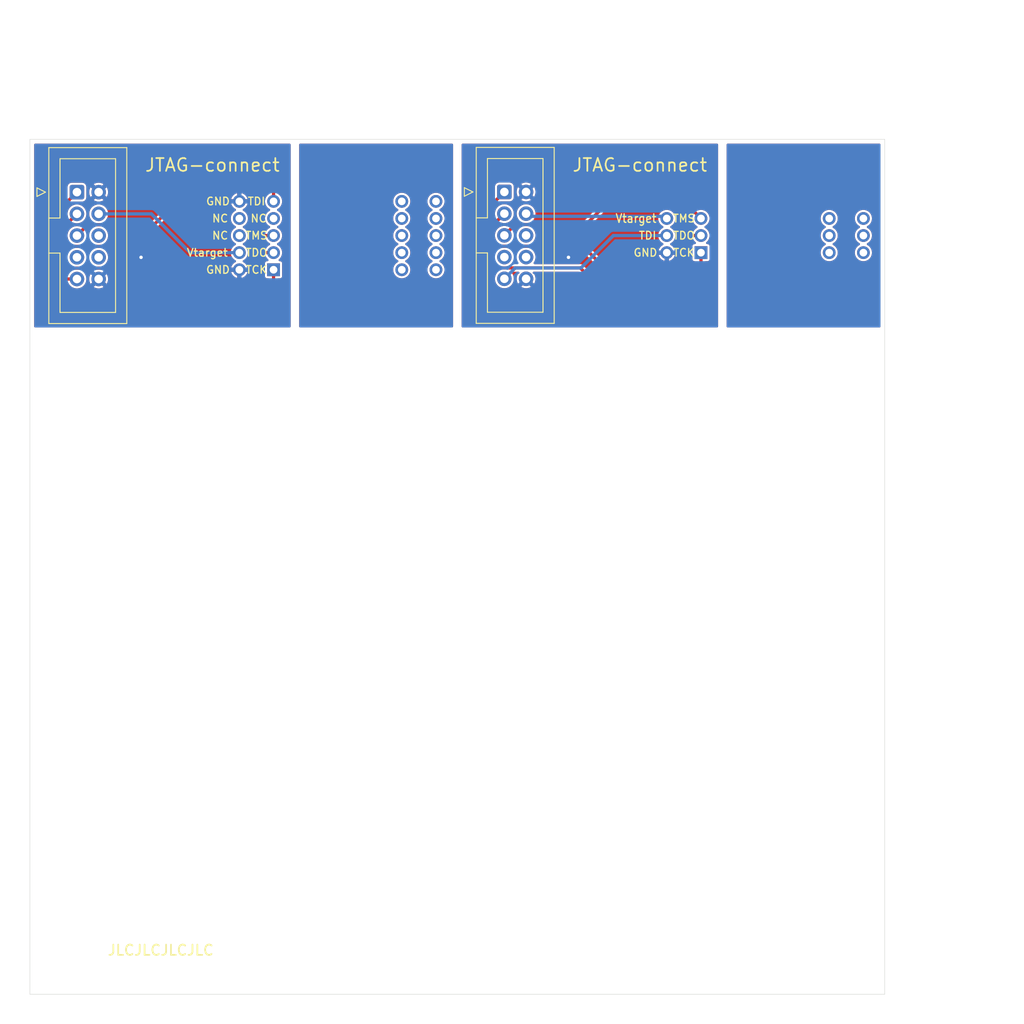
<source format=kicad_pcb>
(kicad_pcb (version 20171130) (host pcbnew "(5.1.12-1-10_14)")
  (layers (0 F.Cu signal) (31 B.Cu signal) (34 B.Paste user) (35 F.Paste user) (36 B.SilkS user) (37 F.SilkS user) (38 B.Mask user) (39 F.Mask user) (44 Edge.Cuts user))
  (net 0 "")
  (net 1 Vtarget)
  (net 2 TMS)
  (net 3 TDI)
  (net 4 TDO)
  (net 5 GND)
  (net 6 TCK)
  (net 7 "Net-(J1-Pad8)")
  (net 8 "Net-(J1-Pad6)")
  (net 9 "Net-(J1-Pad7)")
  (net 10 "Net-(J3-Pad8)")
  (net 11 "Net-(J3-Pad7)")
  (net 12 "Net-(J3-Pad6)")
  (net 13 "Net-(J2-Pad8)")
  (net 14 "Net-(J2-Pad7)")
  (net 15 "Net-(J2-Pad6)")
  (net 16 "Net-(J3-Pad1)")
  (net 17 "Net-(J3-Pad2)")
  (net 18 "Net-(J3-Pad3)")
  (net 19 "Net-(J3-Pad4)")
  (net 20 "Net-(J3-Pad5)")
  (net 21 "Net-(J3-Pad9)")
  (net 22 "Net-(J3-Pad10)")
  (net 23 Vtarget2)
  (net 24 TMS2)
  (net 25 TDI2)
  (net 26 TDO2)
  (net 27 TCK2)
  (net 28 "Net-(J6-Pad6)")
  (net 29 "Net-(J4-Pad8)")
  (net 30 "Net-(J4-Pad6)")
  (net 31 "Net-(J4-Pad7)")
  (net 32 "Net-(J6-Pad5)")
  (net 33 "Net-(J6-Pad4)")
  (net 34 "Net-(J6-Pad3)")
  (net 35 "Net-(J6-Pad2)")
  (net 36 "Net-(J6-Pad1)")
  (module Symbol:OSHW-Logo2_9.8x8mm_Copper (layer F.Cu) (at 171 70 90)
    (fp_text reference REF** hide)
    (fp_text value OSHW-Logo2_9.8x8mm_Copper hide)
    (fp_poly (pts (xy 0.139878 -3.712224) (xy 0.245612 -3.711645) (xy 0.322132 -3.710078) (xy 0.374372 -3.707028) (xy 0.407263 -3.702004) (xy 0.425737 -3.694511) (xy 0.434727 -3.684056) (xy 0.439163 -3.670147) (xy 0.439594 -3.668346) (xy 0.446333 -3.635855) (xy 0.458808 -3.571748) (xy 0.475719 -3.482849) (xy 0.495771 -3.375981) (xy 0.517664 -3.257967) (xy 0.518429 -3.253822) (xy 0.540359 -3.138169) (xy 0.560877 -3.035986) (xy 0.578659 -2.953402) (xy 0.592381 -2.896544) (xy 0.600718 -2.871542) (xy 0.601116 -2.871099) (xy 0.625677 -2.85889) (xy 0.676315 -2.838544) (xy 0.742095 -2.814455) (xy 0.742461 -2.814326) (xy 0.825317 -2.783182) (xy 0.923 -2.743509) (xy 1.015077 -2.703619) (xy 1.019434 -2.701647) (xy 1.169407 -2.63358) (xy 1.501498 -2.860361) (xy 1.603374 -2.929496) (xy 1.695657 -2.991303) (xy 1.773003 -3.042267) (xy 1.830064 -3.078873) (xy 1.861495 -3.097606) (xy 1.864479 -3.098996) (xy 1.887321 -3.09281) (xy 1.929982 -3.062965) (xy 1.994128 -3.008053) (xy 2.081421 -2.926666) (xy 2.170535 -2.840078) (xy 2.256441 -2.754753) (xy 2.333327 -2.676892) (xy 2.396564 -2.611303) (xy 2.441523 -2.562795) (xy 2.463576 -2.536175) (xy 2.464396 -2.534805) (xy 2.466834 -2.516537) (xy 2.45765 -2.486705) (xy 2.434574 -2.441279) (xy 2.395337 -2.37623) (xy 2.33767 -2.28753) (xy 2.260795 -2.173343) (xy 2.19257 -2.072838) (xy 2.131582 -1.982697) (xy 2.081356 -1.908151) (xy 2.045416 -1.854435) (xy 2.027287 -1.826782) (xy 2.026146 -1.824905) (xy 2.028359 -1.79841) (xy 2.045138 -1.746914) (xy 2.073142 -1.680149) (xy 2.083122 -1.658828) (xy 2.126672 -1.563841) (xy 2.173134 -1.456063) (xy 2.210877 -1.362808) (xy 2.238073 -1.293594) (xy 2.259675 -1.240994) (xy 2.272158 -1.213503) (xy 2.273709 -1.211384) (xy 2.296668 -1.207876) (xy 2.350786 -1.198262) (xy 2.428868 -1.183911) (xy 2.523719 -1.166193) (xy 2.628143 -1.146475) (xy 2.734944 -1.126126) (xy 2.836926 -1.106514) (xy 2.926894 -1.089009) (xy 2.997653 -1.074978) (xy 3.042006 -1.065791) (xy 3.052885 -1.063193) (xy 3.064122 -1.056782) (xy 3.072605 -1.042303) (xy 3.078714 -1.014867) (xy 3.082832 -0.969589) (xy 3.085341 -0.90158) (xy 3.086621 -0.805953) (xy 3.087054 -0.67782) (xy 3.087077 -0.625299) (xy 3.087077 -0.198155) (xy 2.9845 -0.177909) (xy 2.927431 -0.16693) (xy 2.842269 -0.150905) (xy 2.739372 -0.131767) (xy 2.629096 -0.111449) (xy 2.598615 -0.105868) (xy 2.496855 -0.086083) (xy 2.408205 -0.066627) (xy 2.340108 -0.049303) (xy 2.300004 -0.035912) (xy 2.293323 -0.031921) (xy 2.276919 -0.003658) (xy 2.253399 0.051109) (xy 2.227316 0.121588) (xy 2.222142 0.136769) (xy 2.187956 0.230896) (xy 2.145523 0.337101) (xy 2.103997 0.432473) (xy 2.103792 0.432916) (xy 2.03464 0.582525) (xy 2.489512 1.251617) (xy 2.1975 1.544116) (xy 2.10918 1.63117) (xy 2.028625 1.707909) (xy 1.96036 1.770237) (xy 1.908908 1.814056) (xy 1.878794 1.83527) (xy 1.874474 1.836616) (xy 1.849111 1.826016) (xy 1.797358 1.796547) (xy 1.724868 1.751705) (xy 1.637294 1.694984) (xy 1.542612 1.631462) (xy 1.446516 1.566668) (xy 1.360837 1.510287) (xy 1.291016 1.465788) (xy 1.242494 1.436639) (xy 1.220782 1.426308) (xy 1.194293 1.43505) (xy 1.144062 1.458087) (xy 1.080451 1.490631) (xy 1.073708 1.494249) (xy 0.988046 1.53721) (xy 0.929306 1.558279) (xy 0.892772 1.558503) (xy 0.873731 1.538928) (xy 0.87362 1.538654) (xy 0.864102 1.515472) (xy 0.841403 1.460441) (xy 0.807282 1.377822) (xy 0.7635 1.271872) (xy 0.711816 1.146852) (xy 0.653992 1.00702) (xy 0.597991 0.871637) (xy 0.536447 0.722234) (xy 0.479939 0.583832) (xy 0.430161 0.460673) (xy 0.388806 0.357002) (xy 0.357568 0.277059) (xy 0.338141 0.225088) (xy 0.332154 0.205692) (xy 0.347168 0.183443) (xy 0.386439 0.147982) (xy 0.438807 0.108887) (xy 0.587941 -0.014755) (xy 0.704511 -0.156478) (xy 0.787118 -0.313296) (xy 0.834366 -0.482225) (xy 0.844857 -0.660278) (xy 0.837231 -0.742461) (xy 0.795682 -0.912969) (xy 0.724123 -1.063541) (xy 0.626995 -1.192691) (xy 0.508734 -1.298936) (xy 0.37378 -1.38079) (xy 0.226571 -1.436768) (xy 0.071544 -1.465385) (xy -0.086861 -1.465156) (xy -0.244206 -1.434595) (xy -0.396054 -1.372218) (xy -0.537965 -1.27654) (xy -0.597197 -1.222428) (xy -0.710797 -1.08348) (xy -0.789894 -0.931639) (xy -0.835014 -0.771333) (xy -0.846684 -0.606988) (xy -0.825431 -0.443029) (xy -0.77178 -0.283882) (xy -0.68626 -0.133975) (xy -0.569395 0.002267) (xy -0.438807 0.108887) (xy -0.384412 0.149642) (xy -0.345986 0.184718) (xy -0.332154 0.205726) (xy -0.339397 0.228635) (xy -0.359995 0.283365) (xy -0.392254 0.365672) (xy -0.434479 0.471315) (xy -0.484977 0.59605) (xy -0.542052 0.735636) (xy -0.598146 0.87167) (xy -0.660033 1.021201) (xy -0.717356 1.159767) (xy -0.768356 1.283107) (xy -0.811273 1.386964) (xy -0.844347 1.46708) (xy -0.865819 1.519195) (xy -0.873775 1.538654) (xy -0.892571 1.558423) (xy -0.928926 1.558365) (xy -0.987521 1.537441) (xy -1.073032 1.494613) (xy -1.073708 1.494249) (xy -1.138093 1.461012) (xy -1.190139 1.436802) (xy -1.219488 1.426404) (xy -1.220783 1.426308) (xy -1.242876 1.436855) (xy -1.291652 1.466184) (xy -1.361669 1.510827) (xy -1.447486 1.567314) (xy -1.542612 1.631462) (xy -1.63946 1.696411) (xy -1.726747 1.752896) (xy -1.798819 1.797421) (xy -1.850023 1.82649) (xy -1.874474 1.836616) (xy -1.89699 1.823307) (xy -1.942258 1.786112) (xy -2.005756 1.729128) (xy -2.082961 1.656449) (xy -2.169349 1.572171) (xy -2.197601 1.544016) (xy -2.489713 1.251416) (xy -2.267369 0.925104) (xy -2.199798 0.824897) (xy -2.140493 0.734963) (xy -2.092783 0.66051) (xy -2.059993 0.606751) (xy -2.045452 0.578894) (xy -2.045026 0.576912) (xy -2.052692 0.550655) (xy -2.073311 0.497837) (xy -2.103315 0.42731) (xy -2.124375 0.380093) (xy -2.163752 0.289694) (xy -2.200835 0.198366) (xy -2.229585 0.1212) (xy -2.237395 0.097692) (xy -2.259583 0.034916) (xy -2.281273 -0.013589) (xy -2.293187 -0.031921) (xy -2.319477 -0.043141) (xy -2.376858 -0.059046) (xy -2.457882 -0.077833) (xy -2.555105 -0.097701) (xy -2.598615 -0.105868) (xy -2.709104 -0.126171) (xy -2.815084 -0.14583) (xy -2.906199 -0.162912) (xy -2.972092 -0.175482) (xy -2.9845 -0.177909) (xy -3.087077 -0.198155) (xy -3.087077 -0.625299) (xy -3.086847 -0.765754) (xy -3.085901 -0.872021) (xy -3.083859 -0.948987) (xy -3.080338 -1.00154) (xy -3.074957 -1.034567) (xy -3.067334 -1.052955) (xy -3.057088 -1.061592) (xy -3.052885 -1.063193) (xy -3.02753 -1.068873) (xy -2.971516 -1.080205) (xy -2.892036 -1.095821) (xy -2.796288 -1.114353) (xy -2.691467 -1.134431) (xy -2.584768 -1.154688) (xy -2.483387 -1.173754) (xy -2.394521 -1.190261) (xy -2.325363 -1.202841) (xy -2.283111 -1.210125) (xy -2.27371 -1.211384) (xy -2.265193 -1.228237) (xy -2.24634 -1.27313) (xy -2.220676 -1.33757) (xy -2.210877 -1.362808) (xy -2.171352 -1.460314) (xy -2.124808 -1.568041) (xy -2.083123 -1.658828) (xy -2.05245 -1.728247) (xy -2.032044 -1.78529) (xy -2.025232 -1.820223) (xy -2.026318 -1.824905) (xy -2.040715 -1.847009) (xy -2.073588 -1.896169) (xy -2.12141 -1.967152) (xy -2.180652 -2.054722) (xy -2.247785 -2.153643) (xy -2.261059 -2.17317) (xy -2.338954 -2.28886) (xy -2.396213 -2.376956) (xy -2.435119 -2.441514) (xy -2.457956 -2.486589) (xy -2.467006 -2.516237) (xy -2.464552 -2.534515) (xy -2.464489 -2.534631) (xy -2.445173 -2.558639) (xy -2.402449 -2.605053) (xy -2.340949 -2.669063) (xy -2.265302 -2.745855) (xy -2.180139 -2.830618) (xy -2.170535 -2.840078) (xy -2.06321 -2.944011) (xy -1.980385 -3.020325) (xy -1.920395 -3.070429) (xy -1.881577 -3.09573) (xy -1.86448 -3.098996) (xy -1.839527 -3.08475) (xy -1.787745 -3.051844) (xy -1.71448 -3.003792) (xy -1.62508 -2.94411) (xy -1.524889 -2.876312) (xy -1.501499 -2.860361) (xy -1.169407 -2.63358) (xy -1.019435 -2.701647) (xy -0.92823 -2.741315) (xy -0.830331 -2.781209) (xy -0.746169 -2.813017) (xy -0.742462 -2.814326) (xy -0.676631 -2.838424) (xy -0.625884 -2.8588) (xy -0.601158 -2.871064) (xy -0.601116 -2.871099) (xy -0.593271 -2.893266) (xy -0.579934 -2.947783) (xy -0.56243 -3.02852) (xy -0.542083 -3.12935) (xy -0.520218 -3.244144) (xy -0.518429 -3.253822) (xy -0.496496 -3.372096) (xy -0.47636 -3.479458) (xy -0.45932 -3.569083) (xy -0.446672 -3.634149) (xy -0.439716 -3.667832) (xy -0.439594 -3.668346) (xy -0.435361 -3.682675) (xy -0.427129 -3.693493) (xy -0.409967 -3.701294) (xy -0.378942 -3.706571) (xy -0.329122 -3.709818) (xy -0.255576 -3.711528) (xy -0.153371 -3.712193) (xy -0.017575 -3.712307) (xy 0 -3.712308) (xy 0.139878 -3.712224)) (layer F.Cu) (width 0.01))
    (fp_poly (pts (xy 4.245224 2.647838) (xy 4.322528 2.698361) (xy 4.359814 2.74359) (xy 4.389353 2.825663) (xy 4.391699 2.890607) (xy 4.386385 2.977445) (xy 4.186115 3.065103) (xy 4.088739 3.109887) (xy 4.025113 3.145913) (xy 3.992029 3.177117) (xy 3.98628 3.207436) (xy 4.004658 3.240805) (xy 4.024923 3.262923) (xy 4.083889 3.298393) (xy 4.148024 3.300879) (xy 4.206926 3.273235) (xy 4.250197 3.21832) (xy 4.257936 3.198928) (xy 4.295006 3.138364) (xy 4.337654 3.112552) (xy 4.396154 3.090471) (xy 4.396154 3.174184) (xy 4.390982 3.23115) (xy 4.370723 3.279189) (xy 4.328262 3.334346) (xy 4.321951 3.341514) (xy 4.27472 3.390585) (xy 4.234121 3.41692) (xy 4.183328 3.429035) (xy 4.14122 3.433003) (xy 4.065902 3.433991) (xy 4.012286 3.421466) (xy 3.978838 3.402869) (xy 3.926268 3.361975) (xy 3.889879 3.317748) (xy 3.86685 3.262126) (xy 3.854359 3.187047) (xy 3.849587 3.084449) (xy 3.849206 3.032376) (xy 3.850501 2.969948) (xy 3.968471 2.969948) (xy 3.969839 3.003438) (xy 3.973249 3.008923) (xy 3.995753 3.001472) (xy 4.044182 2.981753) (xy 4.108908 2.953718) (xy 4.122443 2.947692) (xy 4.204244 2.906096) (xy 4.249312 2.869538) (xy 4.259217 2.835296) (xy 4.235526 2.800648) (xy 4.21596 2.785339) (xy 4.14536 2.754721) (xy 4.07928 2.75978) (xy 4.023959 2.797151) (xy 3.985636 2.863473) (xy 3.973349 2.916116) (xy 3.968471 2.969948) (xy 3.850501 2.969948) (xy 3.85173 2.91072) (xy 3.861032 2.82071) (xy 3.87946 2.755167) (xy 3.90936 2.706912) (xy 3.95308 2.668767) (xy 3.972141 2.65644) (xy 4.058726 2.624336) (xy 4.153522 2.622316) (xy 4.245224 2.647838)) (layer F.Cu) (width 0.01))
    (fp_poly (pts (xy 3.570807 2.636782) (xy 3.594161 2.646988) (xy 3.649902 2.691134) (xy 3.697569 2.754967) (xy 3.727048 2.823087) (xy 3.731846 2.85667) (xy 3.71576 2.903556) (xy 3.680475 2.928365) (xy 3.642644 2.943387) (xy 3.625321 2.946155) (xy 3.616886 2.926066) (xy 3.60023 2.882351) (xy 3.592923 2.862598) (xy 3.551948 2.794271) (xy 3.492622 2.760191) (xy 3.416552 2.761239) (xy 3.410918 2.762581) (xy 3.370305 2.781836) (xy 3.340448 2.819375) (xy 3.320055 2.879809) (xy 3.307836 2.967751) (xy 3.3025 3.087813) (xy 3.302 3.151698) (xy 3.301752 3.252403) (xy 3.300126 3.321054) (xy 3.295801 3.364673) (xy 3.287454 3.390282) (xy 3.273765 3.404903) (xy 3.253411 3.415558) (xy 3.252234 3.416095) (xy 3.213038 3.432667) (xy 3.193619 3.438769) (xy 3.190635 3.420319) (xy 3.188081 3.369323) (xy 3.18614 3.292308) (xy 3.184997 3.195805) (xy 3.184769 3.125184) (xy 3.185932 2.988525) (xy 3.190479 2.884851) (xy 3.199999 2.808108) (xy 3.216081 2.752246) (xy 3.240313 2.711212) (xy 3.274286 2.678954) (xy 3.307833 2.65644) (xy 3.388499 2.626476) (xy 3.482381 2.619718) (xy 3.570807 2.636782)) (layer F.Cu) (width 0.01))
    (fp_poly (pts (xy 2.887333 2.633528) (xy 2.94359 2.659117) (xy 2.987747 2.690124) (xy 3.020101 2.724795) (xy 3.042438 2.76952) (xy 3.056546 2.830692) (xy 3.064211 2.914701) (xy 3.06722 3.02794) (xy 3.067538 3.102509) (xy 3.067538 3.39342) (xy 3.017773 3.416095) (xy 2.978576 3.432667) (xy 2.959157 3.438769) (xy 2.955442 3.42061) (xy 2.952495 3.371648) (xy 2.950691 3.300153) (xy 2.950308 3.243385) (xy 2.948661 3.161371) (xy 2.944222 3.096309) (xy 2.93774 3.056467) (xy 2.93259 3.048) (xy 2.897977 3.056646) (xy 2.84364 3.078823) (xy 2.780722 3.108886) (xy 2.720368 3.141192) (xy 2.673721 3.170098) (xy 2.651926 3.189961) (xy 2.651839 3.190175) (xy 2.653714 3.226935) (xy 2.670525 3.262026) (xy 2.700039 3.290528) (xy 2.743116 3.300061) (xy 2.779932 3.29895) (xy 2.832074 3.298133) (xy 2.859444 3.310349) (xy 2.875882 3.342624) (xy 2.877955 3.34871) (xy 2.885081 3.394739) (xy 2.866024 3.422687) (xy 2.816353 3.436007) (xy 2.762697 3.43847) (xy 2.666142 3.42021) (xy 2.616159 3.394131) (xy 2.554429 3.332868) (xy 2.52169 3.25767) (xy 2.518753 3.178211) (xy 2.546424 3.104167) (xy 2.588047 3.057769) (xy 2.629604 3.031793) (xy 2.694922 2.998907) (xy 2.771038 2.965557) (xy 2.783726 2.960461) (xy 2.867333 2.923565) (xy 2.91553 2.891046) (xy 2.93103 2.858718) (xy 2.91655 2.822394) (xy 2.891692 2.794) (xy 2.832939 2.759039) (xy 2.768293 2.756417) (xy 2.709008 2.783358) (xy 2.666339 2.837088) (xy 2.660739 2.85095) (xy 2.628133 2.901936) (xy 2.58053 2.939787) (xy 2.520461 2.97085) (xy 2.520461 2.882768) (xy 2.523997 2.828951) (xy 2.539156 2.786534) (xy 2.572768 2.741279) (xy 2.605035 2.70642) (xy 2.655209 2.657062) (xy 2.694193 2.630547) (xy 2.736064 2.619911) (xy 2.78346 2.618154) (xy 2.887333 2.633528)) (layer F.Cu) (width 0.01))
    (fp_poly (pts (xy 2.395929 2.636662) (xy 2.398911 2.688068) (xy 2.401247 2.766192) (xy 2.402749 2.864857) (xy 2.403231 2.968343) (xy 2.403231 3.318533) (xy 2.341401 3.380363) (xy 2.298793 3.418462) (xy 2.26139 3.433895) (xy 2.21027 3.432918) (xy 2.189978 3.430433) (xy 2.126554 3.4232) (xy 2.074095 3.419055) (xy 2.061308 3.418672) (xy 2.018199 3.421176) (xy 1.956544 3.427462) (xy 1.932638 3.430433) (xy 1.873922 3.435028) (xy 1.834464 3.425046) (xy 1.795338 3.394228) (xy 1.781215 3.380363) (xy 1.719385 3.318533) (xy 1.719385 2.663503) (xy 1.76915 2.640829) (xy 1.812002 2.624034) (xy 1.837073 2.618154) (xy 1.843501 2.636736) (xy 1.849509 2.688655) (xy 1.854697 2.768172) (xy 1.858664 2.869546) (xy 1.860577 2.955192) (xy 1.865923 3.292231) (xy 1.91256 3.298825) (xy 1.954976 3.294214) (xy 1.97576 3.279287) (xy 1.98157 3.251377) (xy 1.98653 3.191925) (xy 1.990246 3.108466) (xy 1.992324 3.008532) (xy 1.992624 2.957104) (xy 1.992923 2.661054) (xy 2.054454 2.639604) (xy 2.098004 2.62502) (xy 2.121694 2.618219) (xy 2.122377 2.618154) (xy 2.124754 2.636642) (xy 2.127366 2.687906) (xy 2.129995 2.765649) (xy 2.132421 2.863574) (xy 2.134115 2.955192) (xy 2.139461 3.292231) (xy 2.256692 3.292231) (xy 2.262072 2.984746) (xy 2.267451 2.677261) (xy 2.324601 2.647707) (xy 2.366797 2.627413) (xy 2.39177 2.618204) (xy 2.392491 2.618154) (xy 2.395929 2.636662)) (layer F.Cu) (width 0.01))
    (fp_poly (pts (xy 1.602081 2.780289) (xy 1.601833 2.92632) (xy 1.600872 3.038655) (xy 1.598794 3.122678) (xy 1.595193 3.183769) (xy 1.589665 3.227309) (xy 1.581804 3.258679) (xy 1.571207 3.283262) (xy 1.563182 3.297294) (xy 1.496728 3.373388) (xy 1.41247 3.421084) (xy 1.319249 3.438199) (xy 1.2259 3.422546) (xy 1.170312 3.394418) (xy 1.111957 3.34576) (xy 1.072186 3.286333) (xy 1.04819 3.208507) (xy 1.037161 3.104652) (xy 1.035599 3.028462) (xy 1.035809 3.022986) (xy 1.172308 3.022986) (xy 1.173141 3.110355) (xy 1.176961 3.168192) (xy 1.185746 3.206029) (xy 1.201474 3.233398) (xy 1.220266 3.254042) (xy 1.283375 3.29389) (xy 1.351137 3.297295) (xy 1.415179 3.264025) (xy 1.420164 3.259517) (xy 1.441439 3.236067) (xy 1.454779 3.208166) (xy 1.462001 3.166641) (xy 1.464923 3.102316) (xy 1.465385 3.0312) (xy 1.464383 2.941858) (xy 1.460238 2.882258) (xy 1.451236 2.843089) (xy 1.435667 2.81504) (xy 1.422902 2.800144) (xy 1.3636 2.762575) (xy 1.295301 2.758057) (xy 1.23011 2.786753) (xy 1.217528 2.797406) (xy 1.196111 2.821063) (xy 1.182744 2.849251) (xy 1.175566 2.891245) (xy 1.172719 2.956319) (xy 1.172308 3.022986) (xy 1.035809 3.022986) (xy 1.040322 2.905765) (xy 1.056362 2.813577) (xy 1.086528 2.744269) (xy 1.133629 2.690211) (xy 1.170312 2.662505) (xy 1.23699 2.632572) (xy 1.314272 2.618678) (xy 1.38611 2.622397) (xy 1.426308 2.6374) (xy 1.442082 2.64167) (xy 1.45255 2.62575) (xy 1.459856 2.583089) (xy 1.465385 2.518106) (xy 1.471437 2.445732) (xy 1.479844 2.402187) (xy 1.495141 2.377287) (xy 1.521864 2.360845) (xy 1.538654 2.353564) (xy 1.602154 2.326963) (xy 1.602081 2.780289)) (layer F.Cu) (width 0.01))
    (fp_poly (pts (xy 0.713362 2.62467) (xy 0.802117 2.657421) (xy 0.874022 2.71535) (xy 0.902144 2.756128) (xy 0.932802 2.830954) (xy 0.932165 2.885058) (xy 0.899987 2.921446) (xy 0.888081 2.927633) (xy 0.836675 2.946925) (xy 0.810422 2.941982) (xy 0.80153 2.909587) (xy 0.801077 2.891692) (xy 0.784797 2.825859) (xy 0.742365 2.779807) (xy 0.683388 2.757564) (xy 0.617475 2.763161) (xy 0.563895 2.792229) (xy 0.545798 2.80881) (xy 0.532971 2.828925) (xy 0.524306 2.859332) (xy 0.518696 2.906788) (xy 0.515035 2.97805) (xy 0.512215 3.079875) (xy 0.511484 3.112115) (xy 0.50882 3.22241) (xy 0.505792 3.300036) (xy 0.50125 3.351396) (xy 0.494046 3.38289) (xy 0.483033 3.40092) (xy 0.46706 3.411888) (xy 0.456834 3.416733) (xy 0.413406 3.433301) (xy 0.387842 3.438769) (xy 0.379395 3.420507) (xy 0.374239 3.365296) (xy 0.372346 3.272499) (xy 0.373689 3.141478) (xy 0.374107 3.121269) (xy 0.377058 3.001733) (xy 0.380548 2.914449) (xy 0.385514 2.852591) (xy 0.392893 2.809336) (xy 0.403624 2.77786) (xy 0.418645 2.751339) (xy 0.426502 2.739975) (xy 0.471553 2.689692) (xy 0.52194 2.650581) (xy 0.528108 2.647167) (xy 0.618458 2.620212) (xy 0.713362 2.62467)) (layer F.Cu) (width 0.01))
    (fp_poly (pts (xy 0.053501 2.626303) (xy 0.13006 2.654733) (xy 0.130936 2.655279) (xy 0.178285 2.690127) (xy 0.213241 2.730852) (xy 0.237825 2.783925) (xy 0.254062 2.855814) (xy 0.263975 2.952992) (xy 0.269586 3.081928) (xy 0.270077 3.100298) (xy 0.277141 3.377287) (xy 0.217695 3.408028) (xy 0.174681 3.428802) (xy 0.14871 3.438646) (xy 0.147509 3.438769) (xy 0.143014 3.420606) (xy 0.139444 3.371612) (xy 0.137248 3.300031) (xy 0.136769 3.242068) (xy 0.136758 3.14817) (xy 0.132466 3.089203) (xy 0.117503 3.061079) (xy 0.085482 3.059706) (xy 0.030014 3.080998) (xy -0.053731 3.120136) (xy -0.115311 3.152643) (xy -0.146983 3.180845) (xy -0.156294 3.211582) (xy -0.156308 3.213104) (xy -0.140943 3.266054) (xy -0.095453 3.29466) (xy -0.025834 3.298803) (xy 0.024313 3.298084) (xy 0.050754 3.312527) (xy 0.067243 3.347218) (xy 0.076733 3.391416) (xy 0.063057 3.416493) (xy 0.057907 3.420082) (xy 0.009425 3.434496) (xy -0.058469 3.436537) (xy -0.128388 3.426983) (xy -0.177932 3.409522) (xy -0.24643 3.351364) (xy -0.285366 3.270408) (xy -0.293077 3.20716) (xy -0.287193 3.150111) (xy -0.265899 3.103542) (xy -0.223735 3.062181) (xy -0.155241 3.020755) (xy -0.054956 2.973993) (xy -0.048846 2.97135) (xy 0.04149 2.929617) (xy 0.097235 2.895391) (xy 0.121129 2.864635) (xy 0.115913 2.833311) (xy 0.084328 2.797383) (xy 0.074883 2.789116) (xy 0.011617 2.757058) (xy -0.053936 2.758407) (xy -0.111028 2.789838) (xy -0.148907 2.848024) (xy -0.152426 2.859446) (xy -0.1867 2.914837) (xy -0.230191 2.941518) (xy -0.293077 2.96796) (xy -0.293077 2.899548) (xy -0.273948 2.80011) (xy -0.217169 2.708902) (xy -0.187622 2.678389) (xy -0.120458 2.639228) (xy -0.035044 2.6215) (xy 0.053501 2.626303)) (layer F.Cu) (width 0.01))
    (fp_poly (pts (xy -0.840154 2.49212) (xy -0.834428 2.57198) (xy -0.827851 2.619039) (xy -0.818738 2.639566) (xy -0.805402 2.639829) (xy -0.801077 2.637378) (xy -0.743556 2.619636) (xy -0.668732 2.620672) (xy -0.592661 2.63891) (xy -0.545082 2.662505) (xy -0.496298 2.700198) (xy -0.460636 2.742855) (xy -0.436155 2.797057) (xy -0.420913 2.869384) (xy -0.41297 2.966419) (xy -0.410384 3.094742) (xy -0.410338 3.119358) (xy -0.410308 3.39587) (xy -0.471839 3.41732) (xy -0.515541 3.431912) (xy -0.539518 3.438706) (xy -0.540223 3.438769) (xy -0.542585 3.420345) (xy -0.544594 3.369526) (xy -0.546099 3.292993) (xy -0.546947 3.19743) (xy -0.547077 3.139329) (xy -0.547349 3.024771) (xy -0.548748 2.942667) (xy -0.552151 2.886393) (xy -0.558433 2.849326) (xy -0.568471 2.824844) (xy -0.583139 2.806325) (xy -0.592298 2.797406) (xy -0.655211 2.761466) (xy -0.723864 2.758775) (xy -0.786152 2.78917) (xy -0.797671 2.800144) (xy -0.814567 2.820779) (xy -0.826286 2.845256) (xy -0.833767 2.880647) (xy -0.837946 2.934026) (xy -0.839763 3.012466) (xy -0.840154 3.120617) (xy -0.840154 3.39587) (xy -0.901685 3.41732) (xy -0.945387 3.431912) (xy -0.969364 3.438706) (xy -0.97007 3.438769) (xy -0.971874 3.420069) (xy -0.9735 3.367322) (xy -0.974883 3.285557) (xy -0.975958 3.179805) (xy -0.97666 3.055094) (xy -0.976923 2.916455) (xy -0.976923 2.381806) (xy -0.849923 2.328236) (xy -0.840154 2.49212)) (layer F.Cu) (width 0.01))
    (fp_poly (pts (xy -2.465746 2.599745) (xy -2.388714 2.651567) (xy -2.329184 2.726412) (xy -2.293622 2.821654) (xy -2.286429 2.891756) (xy -2.287246 2.921009) (xy -2.294086 2.943407) (xy -2.312888 2.963474) (xy -2.349592 2.985733) (xy -2.410138 3.014709) (xy -2.500466 3.054927) (xy -2.500923 3.055129) (xy -2.584067 3.09321) (xy -2.652247 3.127025) (xy -2.698495 3.152933) (xy -2.715842 3.167295) (xy -2.715846 3.167411) (xy -2.700557 3.198685) (xy -2.664804 3.233157) (xy -2.623758 3.25799) (xy -2.602963 3.262923) (xy -2.54623 3.245862) (xy -2.497373 3.203133) (xy -2.473535 3.156155) (xy -2.450603 3.121522) (xy -2.405682 3.082081) (xy -2.352877 3.048009) (xy -2.30629 3.02948) (xy -2.296548 3.028462) (xy -2.285582 3.045215) (xy -2.284921 3.088039) (xy -2.29298 3.145781) (xy -2.308173 3.207289) (xy -2.328914 3.261409) (xy -2.329962 3.26351) (xy -2.392379 3.35066) (xy -2.473274 3.409939) (xy -2.565144 3.439034) (xy -2.660487 3.435634) (xy -2.751802 3.397428) (xy -2.755862 3.394741) (xy -2.827694 3.329642) (xy -2.874927 3.244705) (xy -2.901066 3.133021) (xy -2.904574 3.101643) (xy -2.910787 2.953536) (xy -2.903339 2.884468) (xy -2.715846 2.884468) (xy -2.71341 2.927552) (xy -2.700086 2.940126) (xy -2.666868 2.930719) (xy -2.614506 2.908483) (xy -2.555976 2.88061) (xy -2.554521 2.879872) (xy -2.504911 2.853777) (xy -2.485 2.836363) (xy -2.48991 2.818107) (xy -2.510584 2.79412) (xy -2.563181 2.759406) (xy -2.619823 2.756856) (xy -2.670631 2.782119) (xy -2.705724 2.830847) (xy -2.715846 2.884468) (xy -2.903339 2.884468) (xy -2.898008 2.835036) (xy -2.865222 2.741055) (xy -2.819579 2.675215) (xy -2.737198 2.608681) (xy -2.646454 2.575676) (xy -2.553815 2.573573) (xy -2.465746 2.599745)) (layer F.Cu) (width 0.01))
    (fp_poly (pts (xy -3.983114 2.587256) (xy -3.891536 2.635409) (xy -3.823951 2.712905) (xy -3.799943 2.762727) (xy -3.781262 2.837533) (xy -3.771699 2.932052) (xy -3.770792 3.03521) (xy -3.778079 3.135935) (xy -3.793097 3.223153) (xy -3.815385 3.285791) (xy -3.822235 3.296579) (xy -3.903368 3.377105) (xy -3.999734 3.425336) (xy -4.104299 3.43945) (xy -4.210032 3.417629) (xy -4.239457 3.404547) (xy -4.296759 3.364231) (xy -4.34705 3.310775) (xy -4.351803 3.303995) (xy -4.371122 3.271321) (xy -4.383892 3.236394) (xy -4.391436 3.190414) (xy -4.395076 3.124584) (xy -4.396135 3.030105) (xy -4.396154 3.008923) (xy -4.396106 3.002182) (xy -4.200769 3.002182) (xy -4.199632 3.091349) (xy -4.195159 3.15052) (xy -4.185754 3.188741) (xy -4.169824 3.215053) (xy -4.161692 3.223846) (xy -4.114942 3.257261) (xy -4.069553 3.255737) (xy -4.02366 3.226752) (xy -3.996288 3.195809) (xy -3.980077 3.150643) (xy -3.970974 3.07942) (xy -3.970349 3.071114) (xy -3.968796 2.942037) (xy -3.985035 2.846172) (xy -4.018848 2.784107) (xy -4.070016 2.756432) (xy -4.08828 2.754923) (xy -4.13624 2.762513) (xy -4.169047 2.788808) (xy -4.189105 2.839095) (xy -4.198822 2.918664) (xy -4.200769 3.002182) (xy -4.396106 3.002182) (xy -4.395426 2.908249) (xy -4.392371 2.837906) (xy -4.385678 2.789163) (xy -4.37404 2.753288) (xy -4.356147 2.721548) (xy -4.352192 2.715648) (xy -4.285733 2.636104) (xy -4.213315 2.589929) (xy -4.125151 2.571599) (xy -4.095213 2.570703) (xy -3.983114 2.587256)) (layer F.Cu) (width 0.01))
    (fp_poly (pts (xy -1.728336 2.595089) (xy -1.665633 2.631358) (xy -1.622039 2.667358) (xy -1.590155 2.705075) (xy -1.56819 2.751199) (xy -1.554351 2.812421) (xy -1.546847 2.895431) (xy -1.543883 3.006919) (xy -1.543539 3.087062) (xy -1.543539 3.382065) (xy -1.709615 3.456515) (xy -1.719385 3.133402) (xy -1.723421 3.012729) (xy -1.727656 2.925141) (xy -1.732903 2.86465) (xy -1.739975 2.825268) (xy -1.749689 2.801007) (xy -1.762856 2.78588) (xy -1.767081 2.782606) (xy -1.831091 2.757034) (xy -1.895792 2.767153) (xy -1.934308 2.794) (xy -1.949975 2.813024) (xy -1.96082 2.837988) (xy -1.967712 2.875834) (xy -1.971521 2.933502) (xy -1.973117 3.017935) (xy -1.973385 3.105928) (xy -1.973437 3.216323) (xy -1.975328 3.294463) (xy -1.981655 3.347165) (xy -1.995017 3.381242) (xy -2.018015 3.403511) (xy -2.053246 3.420787) (xy -2.100303 3.438738) (xy -2.151697 3.458278) (xy -2.145579 3.111485) (xy -2.143116 2.986468) (xy -2.140233 2.894082) (xy -2.136102 2.827881) (xy -2.129893 2.78142) (xy -2.120774 2.748256) (xy -2.107917 2.721944) (xy -2.092416 2.698729) (xy -2.017629 2.624569) (xy -1.926372 2.581684) (xy -1.827117 2.571412) (xy -1.728336 2.595089)) (layer F.Cu) (width 0.01))
    (fp_poly (pts (xy -3.231114 2.584505) (xy -3.156461 2.621727) (xy -3.090569 2.690261) (xy -3.072423 2.715648) (xy -3.052655 2.748866) (xy -3.039828 2.784945) (xy -3.03249 2.833098) (xy -3.029187 2.902536) (xy -3.028462 2.994206) (xy -3.031737 3.11983) (xy -3.043123 3.214154) (xy -3.064959 3.284523) (xy -3.099581 3.338286) (xy -3.14933 3.382788) (xy -3.152986 3.385423) (xy -3.202015 3.412377) (xy -3.261055 3.425712) (xy -3.336141 3.429) (xy -3.458205 3.429) (xy -3.458256 3.547497) (xy -3.459392 3.613492) (xy -3.466314 3.652202) (xy -3.484402 3.675419) (xy -3.519038 3.694933) (xy -3.527355 3.69892) (xy -3.56628 3.717603) (xy -3.596417 3.729403) (xy -3.618826 3.730422) (xy -3.634567 3.716761) (xy -3.644698 3.684522) (xy -3.650277 3.629804) (xy -3.652365 3.548711) (xy -3.652019 3.437344) (xy -3.6503 3.291802) (xy -3.649763 3.248269) (xy -3.647828 3.098205) (xy -3.646096 3.000042) (xy -3.458308 3.000042) (xy -3.457252 3.083364) (xy -3.452562 3.13788) (xy -3.441949 3.173837) (xy -3.423128 3.201482) (xy -3.41035 3.214965) (xy -3.35811 3.254417) (xy -3.311858 3.257628) (xy -3.264133 3.225049) (xy -3.262923 3.223846) (xy -3.243506 3.198668) (xy -3.231693 3.164447) (xy -3.225735 3.111748) (xy -3.22388 3.031131) (xy -3.223846 3.013271) (xy -3.22833 2.902175) (xy -3.242926 2.825161) (xy -3.26935 2.778147) (xy -3.309317 2.75705) (xy -3.332416 2.754923) (xy -3.387238 2.7649) (xy -3.424842 2.797752) (xy -3.447477 2.857857) (xy -3.457394 2.949598) (xy -3.458308 3.000042) (xy -3.646096 3.000042) (xy -3.645778 2.98206) (xy -3.643127 2.894679) (xy -3.639394 2.830905) (xy -3.634093 2.785582) (xy -3.626742 2.753555) (xy -3.616857 2.729668) (xy -3.603954 2.708764) (xy -3.598421 2.700898) (xy -3.525031 2.626595) (xy -3.43224 2.584467) (xy -3.324904 2.572722) (xy -3.231114 2.584505)) (layer F.Cu) (width 0.01))
  )
  (module JTAG-Connect:PinHeader_2x03_P2.00mm_JTAG_connect_on_SMD_pads (layer F.Cu) (at 180.5 72 180)
    (fp_text reference J6 hide)
    (fp_text value Conn_02x03_Odd_Even hide)
    (pad 1 thru_hole oval (at -1 0 180) (size 1.5 1.5) (drill 0.9) (layers *.Cu *.Mask) (net 36 "Net-(J6-Pad1)"))
    (pad 2 thru_hole oval (at 3 0 180) (size 1.5 1.5) (drill 0.9) (layers *.Cu *.Mask) (net 35 "Net-(J6-Pad2)"))
    (pad 3 thru_hole oval (at -1 2 180) (size 1.5 1.5) (drill 0.9) (layers *.Cu *.Mask) (net 34 "Net-(J6-Pad3)"))
    (pad 4 thru_hole oval (at 3 2 180) (size 1.5 1.5) (drill 0.9) (layers *.Cu *.Mask) (net 33 "Net-(J6-Pad4)"))
    (pad 5 thru_hole oval (at -1 4 180) (size 1.5 1.5) (drill 0.9) (layers *.Cu *.Mask) (net 32 "Net-(J6-Pad5)"))
    (pad 6 thru_hole oval (at 3 4 180) (size 1.5 1.5) (drill 0.9) (layers *.Cu *.Mask) (net 28 "Net-(J6-Pad6)"))
  )
  (module JTAG-Connect:PinHeader_2x05_P2.00mm_JTAG_connect_on_SMD_pads (layer F.Cu) (at 130.5 74 180)
    (fp_text reference J3 hide)
    (fp_text value Conn_02x05_Odd_Even hide)
    (pad 1 thru_hole oval (at -1 0 180) (size 1.5 1.5) (drill 0.9) (layers *.Cu *.Mask) (net 16 "Net-(J3-Pad1)"))
    (pad 2 thru_hole oval (at 3 0 180) (size 1.5 1.5) (drill 0.9) (layers *.Cu *.Mask) (net 17 "Net-(J3-Pad2)"))
    (pad 3 thru_hole oval (at -1 2 180) (size 1.5 1.5) (drill 0.9) (layers *.Cu *.Mask) (net 18 "Net-(J3-Pad3)"))
    (pad 4 thru_hole oval (at 3 2 180) (size 1.5 1.5) (drill 0.9) (layers *.Cu *.Mask) (net 19 "Net-(J3-Pad4)"))
    (pad 5 thru_hole oval (at -1 4 180) (size 1.5 1.5) (drill 0.9) (layers *.Cu *.Mask) (net 20 "Net-(J3-Pad5)"))
    (pad 6 thru_hole oval (at 3 4 180) (size 1.5 1.5) (drill 0.9) (layers *.Cu *.Mask) (net 12 "Net-(J3-Pad6)"))
    (pad 7 thru_hole oval (at -1 6 180) (size 1.5 1.5) (drill 0.9) (layers *.Cu *.Mask) (net 11 "Net-(J3-Pad7)"))
    (pad 8 thru_hole oval (at 3 6 180) (size 1.5 1.5) (drill 0.9) (layers *.Cu *.Mask) (net 10 "Net-(J3-Pad8)"))
    (pad 9 thru_hole oval (at -1 8 180) (size 1.5 1.5) (drill 0.9) (layers *.Cu *.Mask) (net 21 "Net-(J3-Pad9)"))
    (pad 10 thru_hole oval (at 3 8 180) (size 1.5 1.5) (drill 0.9) (layers *.Cu *.Mask) (net 22 "Net-(J3-Pad10)"))
  )
  (module JTAG-Connect:PinHeader_2x03_P2.00mm_JTAG_connect_on_SMD_pads (layer F.Cu) (at 161.5 72 180)
    (fp_text reference J5 hide)
    (fp_text value Conn_02x03_Odd_Even hide)
    (pad 1 thru_hole rect (at -1 0 180) (size 1.5 1.5) (drill 0.9) (layers *.Cu *.Mask) (net 27 TCK2))
    (pad 2 thru_hole oval (at 3 0 180) (size 1.5 1.5) (drill 0.9) (layers *.Cu *.Mask) (net 5 GND))
    (pad 3 thru_hole oval (at -1 2 180) (size 1.5 1.5) (drill 0.9) (layers *.Cu *.Mask) (net 26 TDO2))
    (pad 4 thru_hole oval (at 3 2 180) (size 1.5 1.5) (drill 0.9) (layers *.Cu *.Mask) (net 25 TDI2))
    (pad 5 thru_hole oval (at -1 4 180) (size 1.5 1.5) (drill 0.9) (layers *.Cu *.Mask) (net 24 TMS2))
    (pad 6 thru_hole oval (at 3 4 180) (size 1.5 1.5) (drill 0.9) (layers *.Cu *.Mask) (net 23 Vtarget2))
  )
  (module Connector_IDC:IDC-Header_2x05_P2.54mm_Vertical (layer F.Cu) (at 139.5 64.9)
    (fp_text reference J4 hide)
    (fp_text value Conn_02x05_Odd_Even hide)
    (pad 1 thru_hole roundrect (at 0 0) (size 1.7 1.7) (drill 1) (layers *.Cu *.Mask) (roundrect_rratio 0.147059) (net 27 TCK2))
    (pad 3 thru_hole circle (at 0 2.54) (size 1.7 1.7) (drill 1) (layers *.Cu *.Mask) (net 26 TDO2))
    (pad 5 thru_hole circle (at 0 5.08) (size 1.7 1.7) (drill 1) (layers *.Cu *.Mask) (net 24 TMS2))
    (pad 7 thru_hole circle (at 0 7.62) (size 1.7 1.7) (drill 1) (layers *.Cu *.Mask) (net 31 "Net-(J4-Pad7)"))
    (pad 9 thru_hole circle (at 0 10.16) (size 1.7 1.7) (drill 1) (layers *.Cu *.Mask) (net 25 TDI2))
    (pad 2 thru_hole circle (at 2.54 0) (size 1.7 1.7) (drill 1) (layers *.Cu *.Mask) (net 5 GND))
    (pad 4 thru_hole circle (at 2.54 2.54) (size 1.7 1.7) (drill 1) (layers *.Cu *.Mask) (net 23 Vtarget2))
    (pad 6 thru_hole circle (at 2.54 5.08) (size 1.7 1.7) (drill 1) (layers *.Cu *.Mask) (net 30 "Net-(J4-Pad6)"))
    (pad 8 thru_hole circle (at 2.54 7.62) (size 1.7 1.7) (drill 1) (layers *.Cu *.Mask) (net 29 "Net-(J4-Pad8)"))
    (pad 10 thru_hole circle (at 2.54 10.16) (size 1.7 1.7) (drill 1) (layers *.Cu *.Mask) (net 5 GND))
  )
  (module Symbol:OSHW-Logo2_9.8x8mm_Copper (layer F.Cu) (at 121 69.75 90)
    (fp_text reference REF** hide)
    (fp_text value OSHW-Logo2_9.8x8mm_Copper hide)
    (fp_poly (pts (xy -3.231114 2.584505) (xy -3.156461 2.621727) (xy -3.090569 2.690261) (xy -3.072423 2.715648) (xy -3.052655 2.748866) (xy -3.039828 2.784945) (xy -3.03249 2.833098) (xy -3.029187 2.902536) (xy -3.028462 2.994206) (xy -3.031737 3.11983) (xy -3.043123 3.214154) (xy -3.064959 3.284523) (xy -3.099581 3.338286) (xy -3.14933 3.382788) (xy -3.152986 3.385423) (xy -3.202015 3.412377) (xy -3.261055 3.425712) (xy -3.336141 3.429) (xy -3.458205 3.429) (xy -3.458256 3.547497) (xy -3.459392 3.613492) (xy -3.466314 3.652202) (xy -3.484402 3.675419) (xy -3.519038 3.694933) (xy -3.527355 3.69892) (xy -3.56628 3.717603) (xy -3.596417 3.729403) (xy -3.618826 3.730422) (xy -3.634567 3.716761) (xy -3.644698 3.684522) (xy -3.650277 3.629804) (xy -3.652365 3.548711) (xy -3.652019 3.437344) (xy -3.6503 3.291802) (xy -3.649763 3.248269) (xy -3.647828 3.098205) (xy -3.646096 3.000042) (xy -3.458308 3.000042) (xy -3.457252 3.083364) (xy -3.452562 3.13788) (xy -3.441949 3.173837) (xy -3.423128 3.201482) (xy -3.41035 3.214965) (xy -3.35811 3.254417) (xy -3.311858 3.257628) (xy -3.264133 3.225049) (xy -3.262923 3.223846) (xy -3.243506 3.198668) (xy -3.231693 3.164447) (xy -3.225735 3.111748) (xy -3.22388 3.031131) (xy -3.223846 3.013271) (xy -3.22833 2.902175) (xy -3.242926 2.825161) (xy -3.26935 2.778147) (xy -3.309317 2.75705) (xy -3.332416 2.754923) (xy -3.387238 2.7649) (xy -3.424842 2.797752) (xy -3.447477 2.857857) (xy -3.457394 2.949598) (xy -3.458308 3.000042) (xy -3.646096 3.000042) (xy -3.645778 2.98206) (xy -3.643127 2.894679) (xy -3.639394 2.830905) (xy -3.634093 2.785582) (xy -3.626742 2.753555) (xy -3.616857 2.729668) (xy -3.603954 2.708764) (xy -3.598421 2.700898) (xy -3.525031 2.626595) (xy -3.43224 2.584467) (xy -3.324904 2.572722) (xy -3.231114 2.584505)) (layer F.Cu) (width 0.01))
    (fp_poly (pts (xy -1.728336 2.595089) (xy -1.665633 2.631358) (xy -1.622039 2.667358) (xy -1.590155 2.705075) (xy -1.56819 2.751199) (xy -1.554351 2.812421) (xy -1.546847 2.895431) (xy -1.543883 3.006919) (xy -1.543539 3.087062) (xy -1.543539 3.382065) (xy -1.709615 3.456515) (xy -1.719385 3.133402) (xy -1.723421 3.012729) (xy -1.727656 2.925141) (xy -1.732903 2.86465) (xy -1.739975 2.825268) (xy -1.749689 2.801007) (xy -1.762856 2.78588) (xy -1.767081 2.782606) (xy -1.831091 2.757034) (xy -1.895792 2.767153) (xy -1.934308 2.794) (xy -1.949975 2.813024) (xy -1.96082 2.837988) (xy -1.967712 2.875834) (xy -1.971521 2.933502) (xy -1.973117 3.017935) (xy -1.973385 3.105928) (xy -1.973437 3.216323) (xy -1.975328 3.294463) (xy -1.981655 3.347165) (xy -1.995017 3.381242) (xy -2.018015 3.403511) (xy -2.053246 3.420787) (xy -2.100303 3.438738) (xy -2.151697 3.458278) (xy -2.145579 3.111485) (xy -2.143116 2.986468) (xy -2.140233 2.894082) (xy -2.136102 2.827881) (xy -2.129893 2.78142) (xy -2.120774 2.748256) (xy -2.107917 2.721944) (xy -2.092416 2.698729) (xy -2.017629 2.624569) (xy -1.926372 2.581684) (xy -1.827117 2.571412) (xy -1.728336 2.595089)) (layer F.Cu) (width 0.01))
    (fp_poly (pts (xy -3.983114 2.587256) (xy -3.891536 2.635409) (xy -3.823951 2.712905) (xy -3.799943 2.762727) (xy -3.781262 2.837533) (xy -3.771699 2.932052) (xy -3.770792 3.03521) (xy -3.778079 3.135935) (xy -3.793097 3.223153) (xy -3.815385 3.285791) (xy -3.822235 3.296579) (xy -3.903368 3.377105) (xy -3.999734 3.425336) (xy -4.104299 3.43945) (xy -4.210032 3.417629) (xy -4.239457 3.404547) (xy -4.296759 3.364231) (xy -4.34705 3.310775) (xy -4.351803 3.303995) (xy -4.371122 3.271321) (xy -4.383892 3.236394) (xy -4.391436 3.190414) (xy -4.395076 3.124584) (xy -4.396135 3.030105) (xy -4.396154 3.008923) (xy -4.396106 3.002182) (xy -4.200769 3.002182) (xy -4.199632 3.091349) (xy -4.195159 3.15052) (xy -4.185754 3.188741) (xy -4.169824 3.215053) (xy -4.161692 3.223846) (xy -4.114942 3.257261) (xy -4.069553 3.255737) (xy -4.02366 3.226752) (xy -3.996288 3.195809) (xy -3.980077 3.150643) (xy -3.970974 3.07942) (xy -3.970349 3.071114) (xy -3.968796 2.942037) (xy -3.985035 2.846172) (xy -4.018848 2.784107) (xy -4.070016 2.756432) (xy -4.08828 2.754923) (xy -4.13624 2.762513) (xy -4.169047 2.788808) (xy -4.189105 2.839095) (xy -4.198822 2.918664) (xy -4.200769 3.002182) (xy -4.396106 3.002182) (xy -4.395426 2.908249) (xy -4.392371 2.837906) (xy -4.385678 2.789163) (xy -4.37404 2.753288) (xy -4.356147 2.721548) (xy -4.352192 2.715648) (xy -4.285733 2.636104) (xy -4.213315 2.589929) (xy -4.125151 2.571599) (xy -4.095213 2.570703) (xy -3.983114 2.587256)) (layer F.Cu) (width 0.01))
    (fp_poly (pts (xy -2.465746 2.599745) (xy -2.388714 2.651567) (xy -2.329184 2.726412) (xy -2.293622 2.821654) (xy -2.286429 2.891756) (xy -2.287246 2.921009) (xy -2.294086 2.943407) (xy -2.312888 2.963474) (xy -2.349592 2.985733) (xy -2.410138 3.014709) (xy -2.500466 3.054927) (xy -2.500923 3.055129) (xy -2.584067 3.09321) (xy -2.652247 3.127025) (xy -2.698495 3.152933) (xy -2.715842 3.167295) (xy -2.715846 3.167411) (xy -2.700557 3.198685) (xy -2.664804 3.233157) (xy -2.623758 3.25799) (xy -2.602963 3.262923) (xy -2.54623 3.245862) (xy -2.497373 3.203133) (xy -2.473535 3.156155) (xy -2.450603 3.121522) (xy -2.405682 3.082081) (xy -2.352877 3.048009) (xy -2.30629 3.02948) (xy -2.296548 3.028462) (xy -2.285582 3.045215) (xy -2.284921 3.088039) (xy -2.29298 3.145781) (xy -2.308173 3.207289) (xy -2.328914 3.261409) (xy -2.329962 3.26351) (xy -2.392379 3.35066) (xy -2.473274 3.409939) (xy -2.565144 3.439034) (xy -2.660487 3.435634) (xy -2.751802 3.397428) (xy -2.755862 3.394741) (xy -2.827694 3.329642) (xy -2.874927 3.244705) (xy -2.901066 3.133021) (xy -2.904574 3.101643) (xy -2.910787 2.953536) (xy -2.903339 2.884468) (xy -2.715846 2.884468) (xy -2.71341 2.927552) (xy -2.700086 2.940126) (xy -2.666868 2.930719) (xy -2.614506 2.908483) (xy -2.555976 2.88061) (xy -2.554521 2.879872) (xy -2.504911 2.853777) (xy -2.485 2.836363) (xy -2.48991 2.818107) (xy -2.510584 2.79412) (xy -2.563181 2.759406) (xy -2.619823 2.756856) (xy -2.670631 2.782119) (xy -2.705724 2.830847) (xy -2.715846 2.884468) (xy -2.903339 2.884468) (xy -2.898008 2.835036) (xy -2.865222 2.741055) (xy -2.819579 2.675215) (xy -2.737198 2.608681) (xy -2.646454 2.575676) (xy -2.553815 2.573573) (xy -2.465746 2.599745)) (layer F.Cu) (width 0.01))
    (fp_poly (pts (xy -0.840154 2.49212) (xy -0.834428 2.57198) (xy -0.827851 2.619039) (xy -0.818738 2.639566) (xy -0.805402 2.639829) (xy -0.801077 2.637378) (xy -0.743556 2.619636) (xy -0.668732 2.620672) (xy -0.592661 2.63891) (xy -0.545082 2.662505) (xy -0.496298 2.700198) (xy -0.460636 2.742855) (xy -0.436155 2.797057) (xy -0.420913 2.869384) (xy -0.41297 2.966419) (xy -0.410384 3.094742) (xy -0.410338 3.119358) (xy -0.410308 3.39587) (xy -0.471839 3.41732) (xy -0.515541 3.431912) (xy -0.539518 3.438706) (xy -0.540223 3.438769) (xy -0.542585 3.420345) (xy -0.544594 3.369526) (xy -0.546099 3.292993) (xy -0.546947 3.19743) (xy -0.547077 3.139329) (xy -0.547349 3.024771) (xy -0.548748 2.942667) (xy -0.552151 2.886393) (xy -0.558433 2.849326) (xy -0.568471 2.824844) (xy -0.583139 2.806325) (xy -0.592298 2.797406) (xy -0.655211 2.761466) (xy -0.723864 2.758775) (xy -0.786152 2.78917) (xy -0.797671 2.800144) (xy -0.814567 2.820779) (xy -0.826286 2.845256) (xy -0.833767 2.880647) (xy -0.837946 2.934026) (xy -0.839763 3.012466) (xy -0.840154 3.120617) (xy -0.840154 3.39587) (xy -0.901685 3.41732) (xy -0.945387 3.431912) (xy -0.969364 3.438706) (xy -0.97007 3.438769) (xy -0.971874 3.420069) (xy -0.9735 3.367322) (xy -0.974883 3.285557) (xy -0.975958 3.179805) (xy -0.97666 3.055094) (xy -0.976923 2.916455) (xy -0.976923 2.381806) (xy -0.849923 2.328236) (xy -0.840154 2.49212)) (layer F.Cu) (width 0.01))
    (fp_poly (pts (xy 0.053501 2.626303) (xy 0.13006 2.654733) (xy 0.130936 2.655279) (xy 0.178285 2.690127) (xy 0.213241 2.730852) (xy 0.237825 2.783925) (xy 0.254062 2.855814) (xy 0.263975 2.952992) (xy 0.269586 3.081928) (xy 0.270077 3.100298) (xy 0.277141 3.377287) (xy 0.217695 3.408028) (xy 0.174681 3.428802) (xy 0.14871 3.438646) (xy 0.147509 3.438769) (xy 0.143014 3.420606) (xy 0.139444 3.371612) (xy 0.137248 3.300031) (xy 0.136769 3.242068) (xy 0.136758 3.14817) (xy 0.132466 3.089203) (xy 0.117503 3.061079) (xy 0.085482 3.059706) (xy 0.030014 3.080998) (xy -0.053731 3.120136) (xy -0.115311 3.152643) (xy -0.146983 3.180845) (xy -0.156294 3.211582) (xy -0.156308 3.213104) (xy -0.140943 3.266054) (xy -0.095453 3.29466) (xy -0.025834 3.298803) (xy 0.024313 3.298084) (xy 0.050754 3.312527) (xy 0.067243 3.347218) (xy 0.076733 3.391416) (xy 0.063057 3.416493) (xy 0.057907 3.420082) (xy 0.009425 3.434496) (xy -0.058469 3.436537) (xy -0.128388 3.426983) (xy -0.177932 3.409522) (xy -0.24643 3.351364) (xy -0.285366 3.270408) (xy -0.293077 3.20716) (xy -0.287193 3.150111) (xy -0.265899 3.103542) (xy -0.223735 3.062181) (xy -0.155241 3.020755) (xy -0.054956 2.973993) (xy -0.048846 2.97135) (xy 0.04149 2.929617) (xy 0.097235 2.895391) (xy 0.121129 2.864635) (xy 0.115913 2.833311) (xy 0.084328 2.797383) (xy 0.074883 2.789116) (xy 0.011617 2.757058) (xy -0.053936 2.758407) (xy -0.111028 2.789838) (xy -0.148907 2.848024) (xy -0.152426 2.859446) (xy -0.1867 2.914837) (xy -0.230191 2.941518) (xy -0.293077 2.96796) (xy -0.293077 2.899548) (xy -0.273948 2.80011) (xy -0.217169 2.708902) (xy -0.187622 2.678389) (xy -0.120458 2.639228) (xy -0.035044 2.6215) (xy 0.053501 2.626303)) (layer F.Cu) (width 0.01))
    (fp_poly (pts (xy 0.713362 2.62467) (xy 0.802117 2.657421) (xy 0.874022 2.71535) (xy 0.902144 2.756128) (xy 0.932802 2.830954) (xy 0.932165 2.885058) (xy 0.899987 2.921446) (xy 0.888081 2.927633) (xy 0.836675 2.946925) (xy 0.810422 2.941982) (xy 0.80153 2.909587) (xy 0.801077 2.891692) (xy 0.784797 2.825859) (xy 0.742365 2.779807) (xy 0.683388 2.757564) (xy 0.617475 2.763161) (xy 0.563895 2.792229) (xy 0.545798 2.80881) (xy 0.532971 2.828925) (xy 0.524306 2.859332) (xy 0.518696 2.906788) (xy 0.515035 2.97805) (xy 0.512215 3.079875) (xy 0.511484 3.112115) (xy 0.50882 3.22241) (xy 0.505792 3.300036) (xy 0.50125 3.351396) (xy 0.494046 3.38289) (xy 0.483033 3.40092) (xy 0.46706 3.411888) (xy 0.456834 3.416733) (xy 0.413406 3.433301) (xy 0.387842 3.438769) (xy 0.379395 3.420507) (xy 0.374239 3.365296) (xy 0.372346 3.272499) (xy 0.373689 3.141478) (xy 0.374107 3.121269) (xy 0.377058 3.001733) (xy 0.380548 2.914449) (xy 0.385514 2.852591) (xy 0.392893 2.809336) (xy 0.403624 2.77786) (xy 0.418645 2.751339) (xy 0.426502 2.739975) (xy 0.471553 2.689692) (xy 0.52194 2.650581) (xy 0.528108 2.647167) (xy 0.618458 2.620212) (xy 0.713362 2.62467)) (layer F.Cu) (width 0.01))
    (fp_poly (pts (xy 1.602081 2.780289) (xy 1.601833 2.92632) (xy 1.600872 3.038655) (xy 1.598794 3.122678) (xy 1.595193 3.183769) (xy 1.589665 3.227309) (xy 1.581804 3.258679) (xy 1.571207 3.283262) (xy 1.563182 3.297294) (xy 1.496728 3.373388) (xy 1.41247 3.421084) (xy 1.319249 3.438199) (xy 1.2259 3.422546) (xy 1.170312 3.394418) (xy 1.111957 3.34576) (xy 1.072186 3.286333) (xy 1.04819 3.208507) (xy 1.037161 3.104652) (xy 1.035599 3.028462) (xy 1.035809 3.022986) (xy 1.172308 3.022986) (xy 1.173141 3.110355) (xy 1.176961 3.168192) (xy 1.185746 3.206029) (xy 1.201474 3.233398) (xy 1.220266 3.254042) (xy 1.283375 3.29389) (xy 1.351137 3.297295) (xy 1.415179 3.264025) (xy 1.420164 3.259517) (xy 1.441439 3.236067) (xy 1.454779 3.208166) (xy 1.462001 3.166641) (xy 1.464923 3.102316) (xy 1.465385 3.0312) (xy 1.464383 2.941858) (xy 1.460238 2.882258) (xy 1.451236 2.843089) (xy 1.435667 2.81504) (xy 1.422902 2.800144) (xy 1.3636 2.762575) (xy 1.295301 2.758057) (xy 1.23011 2.786753) (xy 1.217528 2.797406) (xy 1.196111 2.821063) (xy 1.182744 2.849251) (xy 1.175566 2.891245) (xy 1.172719 2.956319) (xy 1.172308 3.022986) (xy 1.035809 3.022986) (xy 1.040322 2.905765) (xy 1.056362 2.813577) (xy 1.086528 2.744269) (xy 1.133629 2.690211) (xy 1.170312 2.662505) (xy 1.23699 2.632572) (xy 1.314272 2.618678) (xy 1.38611 2.622397) (xy 1.426308 2.6374) (xy 1.442082 2.64167) (xy 1.45255 2.62575) (xy 1.459856 2.583089) (xy 1.465385 2.518106) (xy 1.471437 2.445732) (xy 1.479844 2.402187) (xy 1.495141 2.377287) (xy 1.521864 2.360845) (xy 1.538654 2.353564) (xy 1.602154 2.326963) (xy 1.602081 2.780289)) (layer F.Cu) (width 0.01))
    (fp_poly (pts (xy 2.395929 2.636662) (xy 2.398911 2.688068) (xy 2.401247 2.766192) (xy 2.402749 2.864857) (xy 2.403231 2.968343) (xy 2.403231 3.318533) (xy 2.341401 3.380363) (xy 2.298793 3.418462) (xy 2.26139 3.433895) (xy 2.21027 3.432918) (xy 2.189978 3.430433) (xy 2.126554 3.4232) (xy 2.074095 3.419055) (xy 2.061308 3.418672) (xy 2.018199 3.421176) (xy 1.956544 3.427462) (xy 1.932638 3.430433) (xy 1.873922 3.435028) (xy 1.834464 3.425046) (xy 1.795338 3.394228) (xy 1.781215 3.380363) (xy 1.719385 3.318533) (xy 1.719385 2.663503) (xy 1.76915 2.640829) (xy 1.812002 2.624034) (xy 1.837073 2.618154) (xy 1.843501 2.636736) (xy 1.849509 2.688655) (xy 1.854697 2.768172) (xy 1.858664 2.869546) (xy 1.860577 2.955192) (xy 1.865923 3.292231) (xy 1.91256 3.298825) (xy 1.954976 3.294214) (xy 1.97576 3.279287) (xy 1.98157 3.251377) (xy 1.98653 3.191925) (xy 1.990246 3.108466) (xy 1.992324 3.008532) (xy 1.992624 2.957104) (xy 1.992923 2.661054) (xy 2.054454 2.639604) (xy 2.098004 2.62502) (xy 2.121694 2.618219) (xy 2.122377 2.618154) (xy 2.124754 2.636642) (xy 2.127366 2.687906) (xy 2.129995 2.765649) (xy 2.132421 2.863574) (xy 2.134115 2.955192) (xy 2.139461 3.292231) (xy 2.256692 3.292231) (xy 2.262072 2.984746) (xy 2.267451 2.677261) (xy 2.324601 2.647707) (xy 2.366797 2.627413) (xy 2.39177 2.618204) (xy 2.392491 2.618154) (xy 2.395929 2.636662)) (layer F.Cu) (width 0.01))
    (fp_poly (pts (xy 2.887333 2.633528) (xy 2.94359 2.659117) (xy 2.987747 2.690124) (xy 3.020101 2.724795) (xy 3.042438 2.76952) (xy 3.056546 2.830692) (xy 3.064211 2.914701) (xy 3.06722 3.02794) (xy 3.067538 3.102509) (xy 3.067538 3.39342) (xy 3.017773 3.416095) (xy 2.978576 3.432667) (xy 2.959157 3.438769) (xy 2.955442 3.42061) (xy 2.952495 3.371648) (xy 2.950691 3.300153) (xy 2.950308 3.243385) (xy 2.948661 3.161371) (xy 2.944222 3.096309) (xy 2.93774 3.056467) (xy 2.93259 3.048) (xy 2.897977 3.056646) (xy 2.84364 3.078823) (xy 2.780722 3.108886) (xy 2.720368 3.141192) (xy 2.673721 3.170098) (xy 2.651926 3.189961) (xy 2.651839 3.190175) (xy 2.653714 3.226935) (xy 2.670525 3.262026) (xy 2.700039 3.290528) (xy 2.743116 3.300061) (xy 2.779932 3.29895) (xy 2.832074 3.298133) (xy 2.859444 3.310349) (xy 2.875882 3.342624) (xy 2.877955 3.34871) (xy 2.885081 3.394739) (xy 2.866024 3.422687) (xy 2.816353 3.436007) (xy 2.762697 3.43847) (xy 2.666142 3.42021) (xy 2.616159 3.394131) (xy 2.554429 3.332868) (xy 2.52169 3.25767) (xy 2.518753 3.178211) (xy 2.546424 3.104167) (xy 2.588047 3.057769) (xy 2.629604 3.031793) (xy 2.694922 2.998907) (xy 2.771038 2.965557) (xy 2.783726 2.960461) (xy 2.867333 2.923565) (xy 2.91553 2.891046) (xy 2.93103 2.858718) (xy 2.91655 2.822394) (xy 2.891692 2.794) (xy 2.832939 2.759039) (xy 2.768293 2.756417) (xy 2.709008 2.783358) (xy 2.666339 2.837088) (xy 2.660739 2.85095) (xy 2.628133 2.901936) (xy 2.58053 2.939787) (xy 2.520461 2.97085) (xy 2.520461 2.882768) (xy 2.523997 2.828951) (xy 2.539156 2.786534) (xy 2.572768 2.741279) (xy 2.605035 2.70642) (xy 2.655209 2.657062) (xy 2.694193 2.630547) (xy 2.736064 2.619911) (xy 2.78346 2.618154) (xy 2.887333 2.633528)) (layer F.Cu) (width 0.01))
    (fp_poly (pts (xy 3.570807 2.636782) (xy 3.594161 2.646988) (xy 3.649902 2.691134) (xy 3.697569 2.754967) (xy 3.727048 2.823087) (xy 3.731846 2.85667) (xy 3.71576 2.903556) (xy 3.680475 2.928365) (xy 3.642644 2.943387) (xy 3.625321 2.946155) (xy 3.616886 2.926066) (xy 3.60023 2.882351) (xy 3.592923 2.862598) (xy 3.551948 2.794271) (xy 3.492622 2.760191) (xy 3.416552 2.761239) (xy 3.410918 2.762581) (xy 3.370305 2.781836) (xy 3.340448 2.819375) (xy 3.320055 2.879809) (xy 3.307836 2.967751) (xy 3.3025 3.087813) (xy 3.302 3.151698) (xy 3.301752 3.252403) (xy 3.300126 3.321054) (xy 3.295801 3.364673) (xy 3.287454 3.390282) (xy 3.273765 3.404903) (xy 3.253411 3.415558) (xy 3.252234 3.416095) (xy 3.213038 3.432667) (xy 3.193619 3.438769) (xy 3.190635 3.420319) (xy 3.188081 3.369323) (xy 3.18614 3.292308) (xy 3.184997 3.195805) (xy 3.184769 3.125184) (xy 3.185932 2.988525) (xy 3.190479 2.884851) (xy 3.199999 2.808108) (xy 3.216081 2.752246) (xy 3.240313 2.711212) (xy 3.274286 2.678954) (xy 3.307833 2.65644) (xy 3.388499 2.626476) (xy 3.482381 2.619718) (xy 3.570807 2.636782)) (layer F.Cu) (width 0.01))
    (fp_poly (pts (xy 4.245224 2.647838) (xy 4.322528 2.698361) (xy 4.359814 2.74359) (xy 4.389353 2.825663) (xy 4.391699 2.890607) (xy 4.386385 2.977445) (xy 4.186115 3.065103) (xy 4.088739 3.109887) (xy 4.025113 3.145913) (xy 3.992029 3.177117) (xy 3.98628 3.207436) (xy 4.004658 3.240805) (xy 4.024923 3.262923) (xy 4.083889 3.298393) (xy 4.148024 3.300879) (xy 4.206926 3.273235) (xy 4.250197 3.21832) (xy 4.257936 3.198928) (xy 4.295006 3.138364) (xy 4.337654 3.112552) (xy 4.396154 3.090471) (xy 4.396154 3.174184) (xy 4.390982 3.23115) (xy 4.370723 3.279189) (xy 4.328262 3.334346) (xy 4.321951 3.341514) (xy 4.27472 3.390585) (xy 4.234121 3.41692) (xy 4.183328 3.429035) (xy 4.14122 3.433003) (xy 4.065902 3.433991) (xy 4.012286 3.421466) (xy 3.978838 3.402869) (xy 3.926268 3.361975) (xy 3.889879 3.317748) (xy 3.86685 3.262126) (xy 3.854359 3.187047) (xy 3.849587 3.084449) (xy 3.849206 3.032376) (xy 3.850501 2.969948) (xy 3.968471 2.969948) (xy 3.969839 3.003438) (xy 3.973249 3.008923) (xy 3.995753 3.001472) (xy 4.044182 2.981753) (xy 4.108908 2.953718) (xy 4.122443 2.947692) (xy 4.204244 2.906096) (xy 4.249312 2.869538) (xy 4.259217 2.835296) (xy 4.235526 2.800648) (xy 4.21596 2.785339) (xy 4.14536 2.754721) (xy 4.07928 2.75978) (xy 4.023959 2.797151) (xy 3.985636 2.863473) (xy 3.973349 2.916116) (xy 3.968471 2.969948) (xy 3.850501 2.969948) (xy 3.85173 2.91072) (xy 3.861032 2.82071) (xy 3.87946 2.755167) (xy 3.90936 2.706912) (xy 3.95308 2.668767) (xy 3.972141 2.65644) (xy 4.058726 2.624336) (xy 4.153522 2.622316) (xy 4.245224 2.647838)) (layer F.Cu) (width 0.01))
    (fp_poly (pts (xy 0.139878 -3.712224) (xy 0.245612 -3.711645) (xy 0.322132 -3.710078) (xy 0.374372 -3.707028) (xy 0.407263 -3.702004) (xy 0.425737 -3.694511) (xy 0.434727 -3.684056) (xy 0.439163 -3.670147) (xy 0.439594 -3.668346) (xy 0.446333 -3.635855) (xy 0.458808 -3.571748) (xy 0.475719 -3.482849) (xy 0.495771 -3.375981) (xy 0.517664 -3.257967) (xy 0.518429 -3.253822) (xy 0.540359 -3.138169) (xy 0.560877 -3.035986) (xy 0.578659 -2.953402) (xy 0.592381 -2.896544) (xy 0.600718 -2.871542) (xy 0.601116 -2.871099) (xy 0.625677 -2.85889) (xy 0.676315 -2.838544) (xy 0.742095 -2.814455) (xy 0.742461 -2.814326) (xy 0.825317 -2.783182) (xy 0.923 -2.743509) (xy 1.015077 -2.703619) (xy 1.019434 -2.701647) (xy 1.169407 -2.63358) (xy 1.501498 -2.860361) (xy 1.603374 -2.929496) (xy 1.695657 -2.991303) (xy 1.773003 -3.042267) (xy 1.830064 -3.078873) (xy 1.861495 -3.097606) (xy 1.864479 -3.098996) (xy 1.887321 -3.09281) (xy 1.929982 -3.062965) (xy 1.994128 -3.008053) (xy 2.081421 -2.926666) (xy 2.170535 -2.840078) (xy 2.256441 -2.754753) (xy 2.333327 -2.676892) (xy 2.396564 -2.611303) (xy 2.441523 -2.562795) (xy 2.463576 -2.536175) (xy 2.464396 -2.534805) (xy 2.466834 -2.516537) (xy 2.45765 -2.486705) (xy 2.434574 -2.441279) (xy 2.395337 -2.37623) (xy 2.33767 -2.28753) (xy 2.260795 -2.173343) (xy 2.19257 -2.072838) (xy 2.131582 -1.982697) (xy 2.081356 -1.908151) (xy 2.045416 -1.854435) (xy 2.027287 -1.826782) (xy 2.026146 -1.824905) (xy 2.028359 -1.79841) (xy 2.045138 -1.746914) (xy 2.073142 -1.680149) (xy 2.083122 -1.658828) (xy 2.126672 -1.563841) (xy 2.173134 -1.456063) (xy 2.210877 -1.362808) (xy 2.238073 -1.293594) (xy 2.259675 -1.240994) (xy 2.272158 -1.213503) (xy 2.273709 -1.211384) (xy 2.296668 -1.207876) (xy 2.350786 -1.198262) (xy 2.428868 -1.183911) (xy 2.523719 -1.166193) (xy 2.628143 -1.146475) (xy 2.734944 -1.126126) (xy 2.836926 -1.106514) (xy 2.926894 -1.089009) (xy 2.997653 -1.074978) (xy 3.042006 -1.065791) (xy 3.052885 -1.063193) (xy 3.064122 -1.056782) (xy 3.072605 -1.042303) (xy 3.078714 -1.014867) (xy 3.082832 -0.969589) (xy 3.085341 -0.90158) (xy 3.086621 -0.805953) (xy 3.087054 -0.67782) (xy 3.087077 -0.625299) (xy 3.087077 -0.198155) (xy 2.9845 -0.177909) (xy 2.927431 -0.16693) (xy 2.842269 -0.150905) (xy 2.739372 -0.131767) (xy 2.629096 -0.111449) (xy 2.598615 -0.105868) (xy 2.496855 -0.086083) (xy 2.408205 -0.066627) (xy 2.340108 -0.049303) (xy 2.300004 -0.035912) (xy 2.293323 -0.031921) (xy 2.276919 -0.003658) (xy 2.253399 0.051109) (xy 2.227316 0.121588) (xy 2.222142 0.136769) (xy 2.187956 0.230896) (xy 2.145523 0.337101) (xy 2.103997 0.432473) (xy 2.103792 0.432916) (xy 2.03464 0.582525) (xy 2.489512 1.251617) (xy 2.1975 1.544116) (xy 2.10918 1.63117) (xy 2.028625 1.707909) (xy 1.96036 1.770237) (xy 1.908908 1.814056) (xy 1.878794 1.83527) (xy 1.874474 1.836616) (xy 1.849111 1.826016) (xy 1.797358 1.796547) (xy 1.724868 1.751705) (xy 1.637294 1.694984) (xy 1.542612 1.631462) (xy 1.446516 1.566668) (xy 1.360837 1.510287) (xy 1.291016 1.465788) (xy 1.242494 1.436639) (xy 1.220782 1.426308) (xy 1.194293 1.43505) (xy 1.144062 1.458087) (xy 1.080451 1.490631) (xy 1.073708 1.494249) (xy 0.988046 1.53721) (xy 0.929306 1.558279) (xy 0.892772 1.558503) (xy 0.873731 1.538928) (xy 0.87362 1.538654) (xy 0.864102 1.515472) (xy 0.841403 1.460441) (xy 0.807282 1.377822) (xy 0.7635 1.271872) (xy 0.711816 1.146852) (xy 0.653992 1.00702) (xy 0.597991 0.871637) (xy 0.536447 0.722234) (xy 0.479939 0.583832) (xy 0.430161 0.460673) (xy 0.388806 0.357002) (xy 0.357568 0.277059) (xy 0.338141 0.225088) (xy 0.332154 0.205692) (xy 0.347168 0.183443) (xy 0.386439 0.147982) (xy 0.438807 0.108887) (xy 0.587941 -0.014755) (xy 0.704511 -0.156478) (xy 0.787118 -0.313296) (xy 0.834366 -0.482225) (xy 0.844857 -0.660278) (xy 0.837231 -0.742461) (xy 0.795682 -0.912969) (xy 0.724123 -1.063541) (xy 0.626995 -1.192691) (xy 0.508734 -1.298936) (xy 0.37378 -1.38079) (xy 0.226571 -1.436768) (xy 0.071544 -1.465385) (xy -0.086861 -1.465156) (xy -0.244206 -1.434595) (xy -0.396054 -1.372218) (xy -0.537965 -1.27654) (xy -0.597197 -1.222428) (xy -0.710797 -1.08348) (xy -0.789894 -0.931639) (xy -0.835014 -0.771333) (xy -0.846684 -0.606988) (xy -0.825431 -0.443029) (xy -0.77178 -0.283882) (xy -0.68626 -0.133975) (xy -0.569395 0.002267) (xy -0.438807 0.108887) (xy -0.384412 0.149642) (xy -0.345986 0.184718) (xy -0.332154 0.205726) (xy -0.339397 0.228635) (xy -0.359995 0.283365) (xy -0.392254 0.365672) (xy -0.434479 0.471315) (xy -0.484977 0.59605) (xy -0.542052 0.735636) (xy -0.598146 0.87167) (xy -0.660033 1.021201) (xy -0.717356 1.159767) (xy -0.768356 1.283107) (xy -0.811273 1.386964) (xy -0.844347 1.46708) (xy -0.865819 1.519195) (xy -0.873775 1.538654) (xy -0.892571 1.558423) (xy -0.928926 1.558365) (xy -0.987521 1.537441) (xy -1.073032 1.494613) (xy -1.073708 1.494249) (xy -1.138093 1.461012) (xy -1.190139 1.436802) (xy -1.219488 1.426404) (xy -1.220783 1.426308) (xy -1.242876 1.436855) (xy -1.291652 1.466184) (xy -1.361669 1.510827) (xy -1.447486 1.567314) (xy -1.542612 1.631462) (xy -1.63946 1.696411) (xy -1.726747 1.752896) (xy -1.798819 1.797421) (xy -1.850023 1.82649) (xy -1.874474 1.836616) (xy -1.89699 1.823307) (xy -1.942258 1.786112) (xy -2.005756 1.729128) (xy -2.082961 1.656449) (xy -2.169349 1.572171) (xy -2.197601 1.544016) (xy -2.489713 1.251416) (xy -2.267369 0.925104) (xy -2.199798 0.824897) (xy -2.140493 0.734963) (xy -2.092783 0.66051) (xy -2.059993 0.606751) (xy -2.045452 0.578894) (xy -2.045026 0.576912) (xy -2.052692 0.550655) (xy -2.073311 0.497837) (xy -2.103315 0.42731) (xy -2.124375 0.380093) (xy -2.163752 0.289694) (xy -2.200835 0.198366) (xy -2.229585 0.1212) (xy -2.237395 0.097692) (xy -2.259583 0.034916) (xy -2.281273 -0.013589) (xy -2.293187 -0.031921) (xy -2.319477 -0.043141) (xy -2.376858 -0.059046) (xy -2.457882 -0.077833) (xy -2.555105 -0.097701) (xy -2.598615 -0.105868) (xy -2.709104 -0.126171) (xy -2.815084 -0.14583) (xy -2.906199 -0.162912) (xy -2.972092 -0.175482) (xy -2.9845 -0.177909) (xy -3.087077 -0.198155) (xy -3.087077 -0.625299) (xy -3.086847 -0.765754) (xy -3.085901 -0.872021) (xy -3.083859 -0.948987) (xy -3.080338 -1.00154) (xy -3.074957 -1.034567) (xy -3.067334 -1.052955) (xy -3.057088 -1.061592) (xy -3.052885 -1.063193) (xy -3.02753 -1.068873) (xy -2.971516 -1.080205) (xy -2.892036 -1.095821) (xy -2.796288 -1.114353) (xy -2.691467 -1.134431) (xy -2.584768 -1.154688) (xy -2.483387 -1.173754) (xy -2.394521 -1.190261) (xy -2.325363 -1.202841) (xy -2.283111 -1.210125) (xy -2.27371 -1.211384) (xy -2.265193 -1.228237) (xy -2.24634 -1.27313) (xy -2.220676 -1.33757) (xy -2.210877 -1.362808) (xy -2.171352 -1.460314) (xy -2.124808 -1.568041) (xy -2.083123 -1.658828) (xy -2.05245 -1.728247) (xy -2.032044 -1.78529) (xy -2.025232 -1.820223) (xy -2.026318 -1.824905) (xy -2.040715 -1.847009) (xy -2.073588 -1.896169) (xy -2.12141 -1.967152) (xy -2.180652 -2.054722) (xy -2.247785 -2.153643) (xy -2.261059 -2.17317) (xy -2.338954 -2.28886) (xy -2.396213 -2.376956) (xy -2.435119 -2.441514) (xy -2.457956 -2.486589) (xy -2.467006 -2.516237) (xy -2.464552 -2.534515) (xy -2.464489 -2.534631) (xy -2.445173 -2.558639) (xy -2.402449 -2.605053) (xy -2.340949 -2.669063) (xy -2.265302 -2.745855) (xy -2.180139 -2.830618) (xy -2.170535 -2.840078) (xy -2.06321 -2.944011) (xy -1.980385 -3.020325) (xy -1.920395 -3.070429) (xy -1.881577 -3.09573) (xy -1.86448 -3.098996) (xy -1.839527 -3.08475) (xy -1.787745 -3.051844) (xy -1.71448 -3.003792) (xy -1.62508 -2.94411) (xy -1.524889 -2.876312) (xy -1.501499 -2.860361) (xy -1.169407 -2.63358) (xy -1.019435 -2.701647) (xy -0.92823 -2.741315) (xy -0.830331 -2.781209) (xy -0.746169 -2.813017) (xy -0.742462 -2.814326) (xy -0.676631 -2.838424) (xy -0.625884 -2.8588) (xy -0.601158 -2.871064) (xy -0.601116 -2.871099) (xy -0.593271 -2.893266) (xy -0.579934 -2.947783) (xy -0.56243 -3.02852) (xy -0.542083 -3.12935) (xy -0.520218 -3.244144) (xy -0.518429 -3.253822) (xy -0.496496 -3.372096) (xy -0.47636 -3.479458) (xy -0.45932 -3.569083) (xy -0.446672 -3.634149) (xy -0.439716 -3.667832) (xy -0.439594 -3.668346) (xy -0.435361 -3.682675) (xy -0.427129 -3.693493) (xy -0.409967 -3.701294) (xy -0.378942 -3.706571) (xy -0.329122 -3.709818) (xy -0.255576 -3.711528) (xy -0.153371 -3.712193) (xy -0.017575 -3.712307) (xy 0 -3.712308) (xy 0.139878 -3.712224)) (layer F.Cu) (width 0.01))
  )
  (module JTAG-Connect:PinHeader_2x05_P2.00mm_JTAG_connect_on_SMD_pads (layer F.Cu) (at 111.5 74 180)
    (fp_text reference J2 hide)
    (fp_text value Conn_02x05_Odd_Even hide)
    (pad 1 thru_hole rect (at -1 0 180) (size 1.5 1.5) (drill 0.9) (layers *.Cu *.Mask) (net 6 TCK))
    (pad 2 thru_hole oval (at 3 0 180) (size 1.5 1.5) (drill 0.9) (layers *.Cu *.Mask) (net 5 GND))
    (pad 3 thru_hole oval (at -1 2 180) (size 1.5 1.5) (drill 0.9) (layers *.Cu *.Mask) (net 4 TDO))
    (pad 4 thru_hole oval (at 3 2 180) (size 1.5 1.5) (drill 0.9) (layers *.Cu *.Mask) (net 1 Vtarget))
    (pad 5 thru_hole oval (at -1 4 180) (size 1.5 1.5) (drill 0.9) (layers *.Cu *.Mask) (net 2 TMS))
    (pad 6 thru_hole oval (at 3 4 180) (size 1.5 1.5) (drill 0.9) (layers *.Cu *.Mask) (net 15 "Net-(J2-Pad6)"))
    (pad 7 thru_hole oval (at -1 6 180) (size 1.5 1.5) (drill 0.9) (layers *.Cu *.Mask) (net 14 "Net-(J2-Pad7)"))
    (pad 8 thru_hole oval (at 3 6 180) (size 1.5 1.5) (drill 0.9) (layers *.Cu *.Mask) (net 13 "Net-(J2-Pad8)"))
    (pad 9 thru_hole oval (at -1 8 180) (size 1.5 1.5) (drill 0.9) (layers *.Cu *.Mask) (net 3 TDI))
    (pad 10 thru_hole oval (at 3 8 180) (size 1.5 1.5) (drill 0.9) (layers *.Cu *.Mask) (net 5 GND))
  )
  (module Connector_IDC:IDC-Header_2x05_P2.54mm_Vertical (layer F.Cu) (at 89.5 64.9222)
    (fp_text reference J1 hide)
    (fp_text value Conn_02x05_Odd_Even hide)
    (pad 1 thru_hole roundrect (at 0 0) (size 1.7 1.7) (drill 1) (layers *.Cu *.Mask) (roundrect_rratio 0.1470588235294118) (net 6 TCK))
    (pad 3 thru_hole circle (at 0 2.54) (size 1.7 1.7) (drill 1) (layers *.Cu *.Mask) (net 4 TDO))
    (pad 5 thru_hole circle (at 0 5.08) (size 1.7 1.7) (drill 1) (layers *.Cu *.Mask) (net 2 TMS))
    (pad 7 thru_hole circle (at 0 7.62) (size 1.7 1.7) (drill 1) (layers *.Cu *.Mask) (net 9 "Net-(J1-Pad7)"))
    (pad 9 thru_hole circle (at 0 10.16) (size 1.7 1.7) (drill 1) (layers *.Cu *.Mask) (net 3 TDI))
    (pad 2 thru_hole circle (at 2.54 0) (size 1.7 1.7) (drill 1) (layers *.Cu *.Mask) (net 5 GND))
    (pad 4 thru_hole circle (at 2.54 2.54) (size 1.7 1.7) (drill 1) (layers *.Cu *.Mask) (net 1 Vtarget))
    (pad 6 thru_hole circle (at 2.54 5.08) (size 1.7 1.7) (drill 1) (layers *.Cu *.Mask) (net 8 "Net-(J1-Pad6)"))
    (pad 8 thru_hole circle (at 2.54 7.62) (size 1.7 1.7) (drill 1) (layers *.Cu *.Mask) (net 7 "Net-(J1-Pad8)"))
    (pad 10 thru_hole circle (at 2.54 10.16) (size 1.7 1.7) (drill 1) (layers *.Cu *.Mask) (net 5 GND))
  )
  (gr_text JLCJLCJLCJLC (at 99.3 153.6) (layer F.SilkS) (effects (font (size 1.2 1.2) (thickness 0.2))))
  (gr_text TDI (at 156.25 70) (layer F.SilkS) (effects (font (size 0.9 0.9))))
  (gr_text GND (at 156 72) (layer F.SilkS) (effects (font (size 0.9 0.9))))
  (gr_text TMS (at 160.5 68) (layer F.SilkS) (effects (font (size 0.9 0.9))))
  (gr_text TDO (at 160.5 70) (layer F.SilkS) (effects (font (size 0.9 0.9))))
  (gr_text TCK (at 160.5 72) (layer F.SilkS) (effects (font (size 0.9 0.9))))
  (gr_text Vtarget (at 154.9 68) (layer F.SilkS) (effects (font (size 1 0.9))))
  (gr_text JTAG-connect (at 155.35 61.75) (layer F.SilkS) (effects (font (size 1.5 1.5) (thickness 0.2))))
  (gr_text JTAG-connect (at 105.35 61.75) (layer F.SilkS) (effects (font (size 1.5 1.5) (thickness 0.2))))
  (gr_text NC (at 106.25 70) (layer F.SilkS) (effects (font (size 0.9 0.9))))
  (gr_text NC (at 106.25 68) (layer F.SilkS) (effects (font (size 0.9 0.9))))
  (gr_text NC (at 110.75 68) (layer F.SilkS) (effects (font (size 0.9 0.9))))
  (gr_text Vtarget (at 104.75 72) (layer F.SilkS) (effects (font (size 0.9 0.9))))
  (gr_text GND (at 106 74) (layer F.SilkS) (effects (font (size 0.9 0.9))))
  (gr_text GND (at 106 66) (layer F.SilkS) (effects (font (size 0.9 0.9))))
  (gr_text TCK (at 110.5 74) (layer F.SilkS) (effects (font (size 0.9 0.9))))
  (gr_text TDO (at 110.5 72) (layer F.SilkS) (effects (font (size 0.9 0.9))))
  (gr_text TMS (at 110.5 70) (layer F.SilkS) (effects (font (size 0.9 0.9))))
  (gr_text TDI (at 110.5 66) (layer F.SilkS) (effects (font (size 0.9 0.9))))
  (gr_line (start 84 58.75) (end 84 158.75) (layer Edge.Cuts) (width 0.05))
  (gr_line (start 184 58.75) (end 184 158.75) (layer Edge.Cuts) (width 0.05))
  (gr_line (start 84 158.75) (end 184 158.75) (layer Edge.Cuts) (width 0.05))
  (gr_line (start 84 58.75) (end 184 58.75) (layer Edge.Cuts) (width 0.05))
  (segment (start 92.04 67.4622) (end 98.2122 67.4622) (width 0.381) (layer B.Cu) (net 1))
  (segment (start 102.75 72) (end 108.5 72) (width 0.381) (layer B.Cu) (net 1))
  (segment (start 98.2122 67.4622) (end 102.75 72) (width 0.381) (layer B.Cu) (net 1))
  (segment (start 90.7722 68.73) (end 89.5 70.0022) (width 0.381) (layer F.Cu) (net 2))
  (segment (start 103.5 63.75) (end 98.52 68.73) (width 0.381) (layer F.Cu) (net 2))
  (segment (start 110.5 64.75) (end 109.5 63.75) (width 0.381) (layer F.Cu) (net 2))
  (segment (start 110.5 69) (end 110.5 64.75) (width 0.381) (layer F.Cu) (net 2))
  (segment (start 111.5 70) (end 110.5 69) (width 0.381) (layer F.Cu) (net 2))
  (segment (start 109.5 63.75) (end 103.5 63.75) (width 0.381) (layer F.Cu) (net 2))
  (segment (start 98.52 68.73) (end 90.7722 68.73) (width 0.381) (layer F.Cu) (net 2))
  (segment (start 112.5 70) (end 111.5 70) (width 0.381) (layer F.Cu) (net 2))
  (segment (start 112.5 64.93934) (end 112.5 66) (width 0.381) (layer F.Cu) (net 3))
  (segment (start 109.81066 62.25) (end 112.5 64.93934) (width 0.381) (layer F.Cu) (net 3))
  (segment (start 89 62.25) (end 109.81066 62.25) (width 0.381) (layer F.Cu) (net 3))
  (segment (start 86.5 73.284281) (end 86.5 64.75) (width 0.381) (layer F.Cu) (net 3))
  (segment (start 88.297919 75.0822) (end 86.5 73.284281) (width 0.381) (layer F.Cu) (net 3))
  (segment (start 86.5 64.75) (end 89 62.25) (width 0.381) (layer F.Cu) (net 3))
  (segment (start 89.5 75.0822) (end 88.297919 75.0822) (width 0.381) (layer F.Cu) (net 3))
  (segment (start 111.43934 72) (end 110.5 72.93934) (width 0.381) (layer F.Cu) (net 4))
  (segment (start 112.5 72) (end 111.43934 72) (width 0.381) (layer F.Cu) (net 4))
  (segment (start 110.5 72.93934) (end 110.5 75.25) (width 0.381) (layer F.Cu) (net 4))
  (segment (start 110.5 75.25) (end 109.5 76.25) (width 0.381) (layer F.Cu) (net 4))
  (segment (start 109.5 76.25) (end 103.6844 76.25) (width 0.381) (layer F.Cu) (net 4))
  (segment (start 89.5 67.4622) (end 87.662021 69.300179) (width 0.381) (layer F.Cu) (net 4))
  (segment (start 87.662021 69.300179) (end 87.662021 70.622021) (width 0.381) (layer F.Cu) (net 4))
  (segment (start 87.662021 70.622021) (end 88.31 71.27) (width 0.381) (layer F.Cu) (net 4))
  (segment (start 98.7044 71.27) (end 103.6844 76.25) (width 0.381) (layer F.Cu) (net 4))
  (segment (start 88.31 71.27) (end 98.7044 71.27) (width 0.381) (layer F.Cu) (net 4))
  (via (at 97 72.55) (size 0.8) (drill 0.4) (layers F.Cu B.Cu) (net 5))
  (via (at 147 72.55) (size 0.8) (drill 0.4) (layers F.Cu B.Cu) (net 5))
  (segment (start 98.56 73.81) (end 87.9856 73.81) (width 0.381) (layer F.Cu) (net 6))
  (segment (start 87.9856 73.81) (end 87.081011 72.905411) (width 0.381) (layer F.Cu) (net 6))
  (segment (start 87.081011 72.905411) (end 87.081011 67.341189) (width 0.381) (layer F.Cu) (net 6))
  (segment (start 103 78.25) (end 98.56 73.81) (width 0.381) (layer F.Cu) (net 6))
  (segment (start 112.5 75.3125) (end 109.5625 78.25) (width 0.381) (layer F.Cu) (net 6))
  (segment (start 109.5625 78.25) (end 103 78.25) (width 0.381) (layer F.Cu) (net 6))
  (segment (start 87.081011 67.341189) (end 89.5 64.9222) (width 0.381) (layer F.Cu) (net 6))
  (segment (start 112.5 74) (end 112.5 75.3125) (width 0.381) (layer F.Cu) (net 6))
  (segment (start 158.25 67.75) (end 158.5 68) (width 0.381) (layer B.Cu) (net 23))
  (segment (start 142.35 67.75) (end 158.25 67.75) (width 0.381) (layer B.Cu) (net 23))
  (segment (start 142.04 67.44) (end 142.35 67.75) (width 0.381) (layer B.Cu) (net 23))
  (segment (start 152 65.75) (end 160.25 65.75) (width 0.381) (layer F.Cu) (net 24))
  (segment (start 149.04 68.71) (end 152 65.75) (width 0.381) (layer F.Cu) (net 24))
  (segment (start 140.77 68.71) (end 149.04 68.71) (width 0.381) (layer F.Cu) (net 24))
  (segment (start 160.25 65.75) (end 162.5 68) (width 0.381) (layer F.Cu) (net 24))
  (segment (start 139.5 69.98) (end 140.77 68.71) (width 0.381) (layer F.Cu) (net 24))
  (segment (start 152.25 70) (end 148.46 73.79) (width 0.381) (layer B.Cu) (net 25))
  (segment (start 140.77 73.79) (end 139.5 75.06) (width 0.381) (layer B.Cu) (net 25))
  (segment (start 148.46 73.79) (end 140.77 73.79) (width 0.381) (layer B.Cu) (net 25))
  (segment (start 158.5 70) (end 152.25 70) (width 0.381) (layer B.Cu) (net 25))
  (segment (start 137.6068 70.5737) (end 137.6068 69.3332) (width 0.381) (layer F.Cu) (net 26))
  (segment (start 138.2831 71.25) (end 137.6068 70.5737) (width 0.381) (layer F.Cu) (net 26))
  (segment (start 148.6844 71.25) (end 138.2831 71.25) (width 0.381) (layer F.Cu) (net 26))
  (segment (start 152.1844 74.75) (end 148.6844 71.25) (width 0.381) (layer F.Cu) (net 26))
  (segment (start 158.76 74.75) (end 152.1844 74.75) (width 0.381) (layer F.Cu) (net 26))
  (segment (start 160.5 73.01) (end 158.76 74.75) (width 0.381) (layer F.Cu) (net 26))
  (segment (start 160.5 70.93934) (end 160.5 73.01) (width 0.381) (layer F.Cu) (net 26))
  (segment (start 161.43934 70) (end 160.5 70.93934) (width 0.381) (layer F.Cu) (net 26))
  (segment (start 137.6068 69.3332) (end 139.5 67.44) (width 0.381) (layer F.Cu) (net 26))
  (segment (start 162.5 70) (end 161.43934 70) (width 0.381) (layer F.Cu) (net 26))
  (segment (start 159.41 76.25) (end 162.5 73.16) (width 0.381) (layer F.Cu) (net 27))
  (segment (start 138.04 73.79) (end 148.3796 73.79) (width 0.381) (layer F.Cu) (net 27))
  (segment (start 150.8396 76.25) (end 159.41 76.25) (width 0.381) (layer F.Cu) (net 27))
  (segment (start 136.5 72.25) (end 138.04 73.79) (width 0.381) (layer F.Cu) (net 27))
  (segment (start 148.3796 73.79) (end 150.8396 76.25) (width 0.381) (layer F.Cu) (net 27))
  (segment (start 162.5 73.16) (end 162.5 72) (width 0.381) (layer F.Cu) (net 27))
  (segment (start 136.5 67.9) (end 136.5 72.25) (width 0.381) (layer F.Cu) (net 27))
  (segment (start 139.5 64.9) (end 136.5 67.9) (width 0.381) (layer F.Cu) (net 27))
  (zone (net 5) (net_name GND) (layer F.Cu) (connect_pads (clearance 0.25)) (min_thickness 0.25) (fill yes (arc_segments 32) (thermal_gap 0.25) (thermal_bridge_width 0.5))
    (polygon (pts (xy 114.5 80.75) (xy 84.5 80.75) (xy 84.5 59.25) (xy 114.5 59.25)))
  )
  (zone (net 5) (net_name GND) (layer B.Cu) (connect_pads (clearance 0.25)) (min_thickness 0.25) (fill yes (arc_segments 32) (thermal_gap 0.25) (thermal_bridge_width 0.5))
    (polygon (pts (xy 114.5 80.75) (xy 84.5 80.75) (xy 84.5 59.25) (xy 114.5 59.25)))
  )
  (zone (net 0) (net_name "") (layer F.Cu) (connect_pads (clearance 0.25)) (min_thickness 0.25) (fill yes (arc_segments 32) (thermal_gap 0.25) (thermal_bridge_width 0.5))
    (polygon (pts (xy 133.5 80.75) (xy 115.5 80.75) (xy 115.5 59.25) (xy 133.5 59.25)))
  )
  (zone (net 0) (net_name "") (layer B.Cu) (connect_pads (clearance 0.25)) (min_thickness 0.25) (fill yes (arc_segments 32) (thermal_gap 0.25) (thermal_bridge_width 0.5))
    (polygon (pts (xy 133.5 80.75) (xy 115.5 80.75) (xy 115.5 59.25) (xy 133.5 59.25)))
  )
  (zone (net 5) (net_name GND) (layer F.Cu) (connect_pads (clearance 0.25)) (min_thickness 0.25) (fill yes (arc_segments 32) (thermal_gap 0.25) (thermal_bridge_width 0.5))
    (polygon (pts (xy 164.5 80.75) (xy 134.5 80.75) (xy 134.5 59.25) (xy 164.5 59.25)))
  )
  (zone (net 5) (net_name GND) (layer B.Cu) (connect_pads (clearance 0.25)) (min_thickness 0.25) (fill yes (arc_segments 32) (thermal_gap 0.25) (thermal_bridge_width 0.5))
    (polygon (pts (xy 164.5 80.75) (xy 134.5 80.75) (xy 134.5 59.25) (xy 164.5 59.25)))
  )
  (zone (net 0) (net_name "") (layer F.Cu) (connect_pads (clearance 0.25)) (min_thickness 0.25) (fill yes (arc_segments 32) (thermal_gap 0.25) (thermal_bridge_width 0.5))
    (polygon (pts (xy 183.5 80.75) (xy 165.5 80.75) (xy 165.5 59.25) (xy 183.5 59.25)))
  )
  (zone (net 0) (net_name "") (layer B.Cu) (connect_pads (clearance 0.25)) (min_thickness 0.25) (fill yes (arc_segments 32) (thermal_gap 0.25) (thermal_bridge_width 0.5))
    (polygon (pts (xy 183.5 80.75) (xy 165.5 80.75) (xy 165.5 59.25) (xy 183.5 59.25)))
  )
)
</source>
